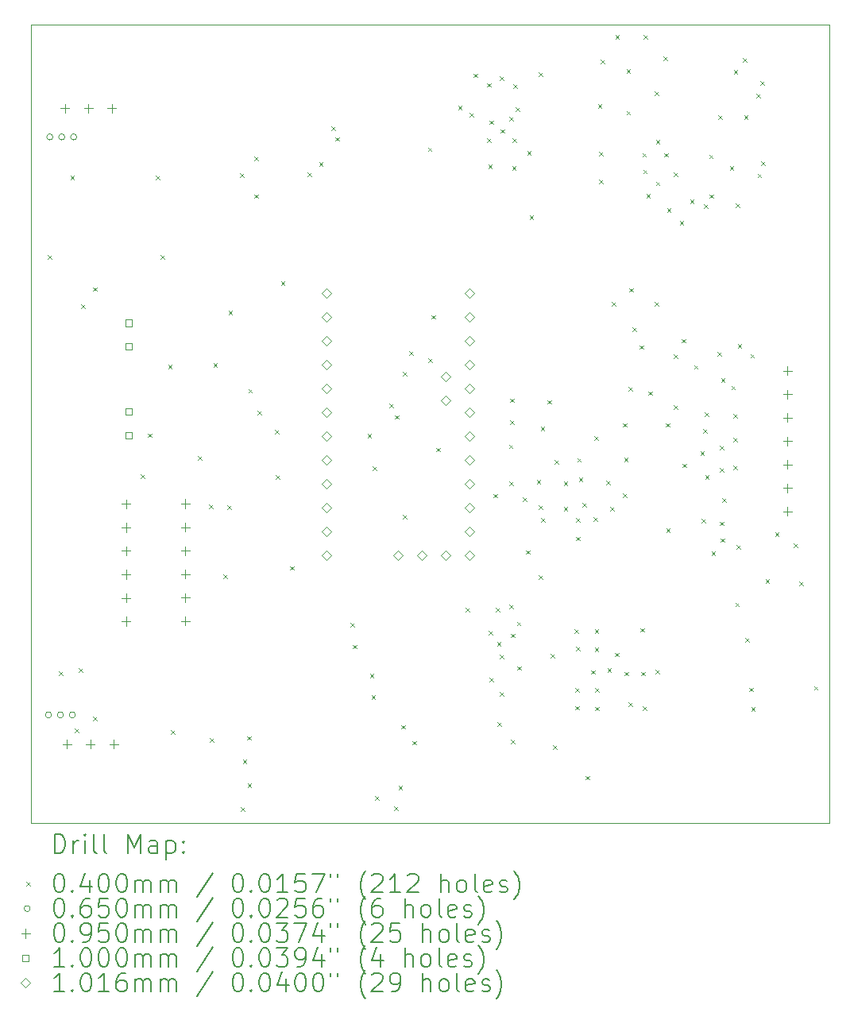
<source format=gbr>
%TF.GenerationSoftware,KiCad,Pcbnew,7.0.9*%
%TF.CreationDate,2024-02-17T17:29:32+05:30*%
%TF.ProjectId,BMS OPAMP,424d5320-4f50-4414-9d50-2e6b69636164,rev?*%
%TF.SameCoordinates,Original*%
%TF.FileFunction,Drillmap*%
%TF.FilePolarity,Positive*%
%FSLAX45Y45*%
G04 Gerber Fmt 4.5, Leading zero omitted, Abs format (unit mm)*
G04 Created by KiCad (PCBNEW 7.0.9) date 2024-02-17 17:29:32*
%MOMM*%
%LPD*%
G01*
G04 APERTURE LIST*
%ADD10C,0.100000*%
%ADD11C,0.200000*%
%ADD12C,0.101600*%
G04 APERTURE END LIST*
D10*
X2247900Y-1574800D02*
X10756900Y-1574800D01*
X10756900Y-10083800D01*
X2247900Y-10083800D01*
X2247900Y-1574800D01*
D11*
D10*
X2431100Y-4030000D02*
X2471100Y-4070000D01*
X2471100Y-4030000D02*
X2431100Y-4070000D01*
X2545400Y-8463600D02*
X2585400Y-8503600D01*
X2585400Y-8463600D02*
X2545400Y-8503600D01*
X2670800Y-3180000D02*
X2710800Y-3220000D01*
X2710800Y-3180000D02*
X2670800Y-3220000D01*
X2718120Y-9073200D02*
X2758120Y-9113200D01*
X2758120Y-9073200D02*
X2718120Y-9113200D01*
X2758760Y-8428040D02*
X2798760Y-8468040D01*
X2798760Y-8428040D02*
X2758760Y-8468040D01*
X2785000Y-4555000D02*
X2825000Y-4595000D01*
X2825000Y-4555000D02*
X2785000Y-4595000D01*
X2913950Y-4371660D02*
X2953950Y-4411660D01*
X2953950Y-4371660D02*
X2913950Y-4411660D01*
X2913950Y-8948740D02*
X2953950Y-8988740D01*
X2953950Y-8948740D02*
X2913950Y-8988740D01*
X3421700Y-6365560D02*
X3461700Y-6405560D01*
X3461700Y-6365560D02*
X3421700Y-6405560D01*
X3495360Y-5928680D02*
X3535360Y-5968680D01*
X3535360Y-5928680D02*
X3495360Y-5968680D01*
X3580000Y-3180000D02*
X3620000Y-3220000D01*
X3620000Y-3180000D02*
X3580000Y-3220000D01*
X3630000Y-4030000D02*
X3670000Y-4070000D01*
X3670000Y-4030000D02*
X3630000Y-4070000D01*
X3711260Y-5194620D02*
X3751260Y-5234620D01*
X3751260Y-5194620D02*
X3711260Y-5234620D01*
X3739200Y-9093520D02*
X3779200Y-9133520D01*
X3779200Y-9093520D02*
X3739200Y-9133520D01*
X4028760Y-6167440D02*
X4068760Y-6207440D01*
X4068760Y-6167440D02*
X4028760Y-6207440D01*
X4150680Y-6685600D02*
X4190680Y-6725600D01*
X4190680Y-6685600D02*
X4150680Y-6725600D01*
X4158300Y-9177340D02*
X4198300Y-9217340D01*
X4198300Y-9177340D02*
X4158300Y-9217340D01*
X4194100Y-5176840D02*
X4234100Y-5216840D01*
X4234100Y-5176840D02*
X4194100Y-5216840D01*
X4300540Y-7429820D02*
X4340540Y-7469820D01*
X4340540Y-7429820D02*
X4300540Y-7469820D01*
X4341180Y-6693220D02*
X4381180Y-6733220D01*
X4381180Y-6693220D02*
X4341180Y-6733220D01*
X4356420Y-4620190D02*
X4396420Y-4660190D01*
X4396420Y-4620190D02*
X4356420Y-4660190D01*
X4480000Y-3155000D02*
X4520000Y-3195000D01*
X4520000Y-3155000D02*
X4480000Y-3195000D01*
X4488500Y-9913940D02*
X4528500Y-9953940D01*
X4528500Y-9913940D02*
X4488500Y-9953940D01*
X4508820Y-9405940D02*
X4548820Y-9445940D01*
X4548820Y-9405940D02*
X4508820Y-9445940D01*
X4557200Y-9154480D02*
X4597200Y-9194480D01*
X4597200Y-9154480D02*
X4557200Y-9194480D01*
X4559740Y-9659940D02*
X4599740Y-9699940D01*
X4599740Y-9659940D02*
X4559740Y-9699940D01*
X4567240Y-5453700D02*
X4607240Y-5493700D01*
X4607240Y-5453700D02*
X4567240Y-5493700D01*
X4630000Y-2980000D02*
X4670000Y-3020000D01*
X4670000Y-2980000D02*
X4630000Y-3020000D01*
X4630000Y-3380000D02*
X4670000Y-3420000D01*
X4670000Y-3380000D02*
X4630000Y-3420000D01*
X4666300Y-5689920D02*
X4706300Y-5729920D01*
X4706300Y-5689920D02*
X4666300Y-5729920D01*
X4852660Y-5893120D02*
X4892660Y-5933120D01*
X4892660Y-5893120D02*
X4852660Y-5933120D01*
X4860280Y-6375720D02*
X4900280Y-6415720D01*
X4900280Y-6375720D02*
X4860280Y-6415720D01*
X4915000Y-4307000D02*
X4955000Y-4347000D01*
X4955000Y-4307000D02*
X4915000Y-4347000D01*
X5014280Y-7343460D02*
X5054280Y-7383460D01*
X5054280Y-7343460D02*
X5014280Y-7383460D01*
X5200000Y-3145000D02*
X5240000Y-3185000D01*
X5240000Y-3145000D02*
X5200000Y-3185000D01*
X5320000Y-3035000D02*
X5360000Y-3075000D01*
X5360000Y-3035000D02*
X5320000Y-3075000D01*
X5452759Y-2658925D02*
X5492759Y-2698925D01*
X5492759Y-2658925D02*
X5452759Y-2698925D01*
X5494280Y-2771460D02*
X5534280Y-2811460D01*
X5534280Y-2771460D02*
X5494280Y-2811460D01*
X5656900Y-7950520D02*
X5696900Y-7990520D01*
X5696900Y-7950520D02*
X5656900Y-7990520D01*
X5679760Y-8181660D02*
X5719760Y-8221660D01*
X5719760Y-8181660D02*
X5679760Y-8221660D01*
X5837240Y-5931220D02*
X5877240Y-5971220D01*
X5877240Y-5931220D02*
X5837240Y-5971220D01*
X5862640Y-8491540D02*
X5902640Y-8531540D01*
X5902640Y-8491540D02*
X5862640Y-8531540D01*
X5880420Y-8720140D02*
X5920420Y-8760140D01*
X5920420Y-8720140D02*
X5880420Y-8760140D01*
X5893190Y-6280000D02*
X5933190Y-6320000D01*
X5933190Y-6280000D02*
X5893190Y-6320000D01*
X5915980Y-9792020D02*
X5955980Y-9832020D01*
X5955980Y-9792020D02*
X5915980Y-9832020D01*
X6068380Y-5611180D02*
X6108380Y-5651180D01*
X6108380Y-5611180D02*
X6068380Y-5651180D01*
X6119180Y-9903780D02*
X6159180Y-9943780D01*
X6159180Y-9903780D02*
X6119180Y-9943780D01*
X6129380Y-5733100D02*
X6169380Y-5773100D01*
X6169380Y-5733100D02*
X6129380Y-5773100D01*
X6167520Y-9682200D02*
X6207520Y-9722200D01*
X6207520Y-9682200D02*
X6167520Y-9722200D01*
X6200000Y-9035000D02*
X6240000Y-9075000D01*
X6240000Y-9035000D02*
X6200000Y-9075000D01*
X6211830Y-6797360D02*
X6251830Y-6837360D01*
X6251830Y-6797360D02*
X6211830Y-6837360D01*
X6211880Y-5275000D02*
X6251880Y-5315000D01*
X6251880Y-5275000D02*
X6211880Y-5315000D01*
X6280000Y-5055000D02*
X6320000Y-5095000D01*
X6320000Y-5055000D02*
X6280000Y-5095000D01*
X6317300Y-9205280D02*
X6357300Y-9245280D01*
X6357300Y-9205280D02*
X6317300Y-9245280D01*
X6480000Y-2880000D02*
X6520000Y-2920000D01*
X6520000Y-2880000D02*
X6480000Y-2920000D01*
X6482400Y-5128580D02*
X6522400Y-5168580D01*
X6522400Y-5128580D02*
X6482400Y-5168580D01*
X6520500Y-4666300D02*
X6560500Y-4706300D01*
X6560500Y-4666300D02*
X6520500Y-4706300D01*
X6568760Y-6081080D02*
X6608760Y-6121080D01*
X6608760Y-6081080D02*
X6568760Y-6121080D01*
X6802380Y-2437390D02*
X6842380Y-2477390D01*
X6842380Y-2437390D02*
X6802380Y-2477390D01*
X6884380Y-7785420D02*
X6924380Y-7825420D01*
X6924380Y-7785420D02*
X6884380Y-7825420D01*
X6928050Y-2509840D02*
X6968050Y-2549840D01*
X6968050Y-2509840D02*
X6928050Y-2549840D01*
X6970240Y-2093500D02*
X7010240Y-2133500D01*
X7010240Y-2093500D02*
X6970240Y-2133500D01*
X7114800Y-2194880D02*
X7154800Y-2234880D01*
X7154800Y-2194880D02*
X7114800Y-2234880D01*
X7114800Y-2785100D02*
X7154800Y-2825100D01*
X7154800Y-2785100D02*
X7114800Y-2825100D01*
X7125000Y-3060000D02*
X7165000Y-3100000D01*
X7165000Y-3060000D02*
X7125000Y-3100000D01*
X7131310Y-8034340D02*
X7171310Y-8074340D01*
X7171310Y-8034340D02*
X7131310Y-8074340D01*
X7135120Y-2593660D02*
X7175120Y-2633660D01*
X7175120Y-2593660D02*
X7135120Y-2633660D01*
X7137720Y-8534720D02*
X7177720Y-8574720D01*
X7177720Y-8534720D02*
X7137720Y-8574720D01*
X7180720Y-6571190D02*
X7220720Y-6611190D01*
X7220720Y-6571190D02*
X7180720Y-6611190D01*
X7203760Y-7787960D02*
X7243760Y-7827960D01*
X7243760Y-7787960D02*
X7203760Y-7827960D01*
X7216460Y-8153720D02*
X7256460Y-8193720D01*
X7256460Y-8153720D02*
X7216460Y-8193720D01*
X7224080Y-9007160D02*
X7264080Y-9047160D01*
X7264080Y-9007160D02*
X7224080Y-9047160D01*
X7244400Y-8682040D02*
X7284400Y-8722040D01*
X7284400Y-8682040D02*
X7244400Y-8722040D01*
X7245000Y-8285000D02*
X7285000Y-8325000D01*
X7285000Y-8285000D02*
X7245000Y-8325000D01*
X7250000Y-2120000D02*
X7290000Y-2160000D01*
X7290000Y-2120000D02*
X7250000Y-2160000D01*
X7254500Y-2685000D02*
X7294500Y-2725000D01*
X7294500Y-2685000D02*
X7254500Y-2725000D01*
X7343460Y-6046180D02*
X7383460Y-6086180D01*
X7383460Y-6046180D02*
X7343460Y-6086180D01*
X7349875Y-6439765D02*
X7389875Y-6479765D01*
X7389875Y-6439765D02*
X7349875Y-6479765D01*
X7351020Y-2555560D02*
X7391020Y-2595560D01*
X7391020Y-2555560D02*
X7351020Y-2595560D01*
X7351080Y-7755370D02*
X7391080Y-7795370D01*
X7391080Y-7755370D02*
X7351080Y-7795370D01*
X7357760Y-5555300D02*
X7397760Y-5595300D01*
X7397760Y-5555300D02*
X7357760Y-5595300D01*
X7360300Y-5788980D02*
X7400300Y-5828980D01*
X7400300Y-5788980D02*
X7360300Y-5828980D01*
X7366320Y-9195120D02*
X7406320Y-9235120D01*
X7406320Y-9195120D02*
X7366320Y-9235120D01*
X7367650Y-8062280D02*
X7407650Y-8102280D01*
X7407650Y-8062280D02*
X7367650Y-8102280D01*
X7377297Y-3076869D02*
X7417297Y-3116869D01*
X7417297Y-3076869D02*
X7377297Y-3116869D01*
X7381500Y-2782740D02*
X7421500Y-2822740D01*
X7421500Y-2782740D02*
X7381500Y-2822740D01*
X7394200Y-2205040D02*
X7434200Y-2245040D01*
X7434200Y-2205040D02*
X7394200Y-2245040D01*
X7415523Y-2453070D02*
X7455523Y-2493070D01*
X7455523Y-2453070D02*
X7415523Y-2493070D01*
X7430000Y-7935000D02*
X7470000Y-7975000D01*
X7470000Y-7935000D02*
X7430000Y-7975000D01*
X7434900Y-8410260D02*
X7474900Y-8450260D01*
X7474900Y-8410260D02*
X7434900Y-8450260D01*
X7493320Y-6611940D02*
X7533320Y-6651940D01*
X7533320Y-6611940D02*
X7493320Y-6651940D01*
X7527720Y-7173280D02*
X7567720Y-7213280D01*
X7567720Y-7173280D02*
X7527720Y-7213280D01*
X7538980Y-2916240D02*
X7578980Y-2956240D01*
X7578980Y-2916240D02*
X7538980Y-2956240D01*
X7564380Y-3602040D02*
X7604380Y-3642040D01*
X7604380Y-3602040D02*
X7564380Y-3642040D01*
X7640640Y-6426520D02*
X7680640Y-6466520D01*
X7680640Y-6426520D02*
X7640640Y-6466520D01*
X7660960Y-6695760D02*
X7700960Y-6735760D01*
X7700960Y-6695760D02*
X7660960Y-6735760D01*
X7660960Y-7439980D02*
X7700960Y-7479980D01*
X7700960Y-7439980D02*
X7660960Y-7479980D01*
X7663440Y-2083120D02*
X7703440Y-2123120D01*
X7703440Y-2083120D02*
X7663440Y-2123120D01*
X7682490Y-5857560D02*
X7722490Y-5897560D01*
X7722490Y-5857560D02*
X7682490Y-5897560D01*
X7686360Y-6830380D02*
X7726360Y-6870380D01*
X7726360Y-6830380D02*
X7686360Y-6870380D01*
X7754940Y-5573080D02*
X7794940Y-5613080D01*
X7794940Y-5573080D02*
X7754940Y-5613080D01*
X7790500Y-8280720D02*
X7830500Y-8320720D01*
X7830500Y-8280720D02*
X7790500Y-8320720D01*
X7815900Y-9254480D02*
X7855900Y-9294480D01*
X7855900Y-9254480D02*
X7815900Y-9294480D01*
X7832310Y-6215000D02*
X7872310Y-6255000D01*
X7872310Y-6215000D02*
X7832310Y-6255000D01*
X7927660Y-6441590D02*
X7967660Y-6481590D01*
X7967660Y-6441590D02*
X7927660Y-6481590D01*
X7927660Y-6713540D02*
X7967660Y-6753540D01*
X7967660Y-6713540D02*
X7927660Y-6753540D01*
X8041960Y-8015620D02*
X8081960Y-8055620D01*
X8081960Y-8015620D02*
X8041960Y-8055620D01*
X8052120Y-8643000D02*
X8092120Y-8683000D01*
X8092120Y-8643000D02*
X8052120Y-8683000D01*
X8052120Y-8833050D02*
X8092120Y-8873050D01*
X8092120Y-8833050D02*
X8052120Y-8873050D01*
X8057985Y-8199898D02*
X8097985Y-8239898D01*
X8097985Y-8199898D02*
X8057985Y-8239898D01*
X8062280Y-6829440D02*
X8102280Y-6869440D01*
X8102280Y-6829440D02*
X8062280Y-6869440D01*
X8062280Y-7029440D02*
X8102280Y-7069440D01*
X8102280Y-7029440D02*
X8062280Y-7069440D01*
X8072440Y-6191900D02*
X8112440Y-6231900D01*
X8112440Y-6191900D02*
X8072440Y-6231900D01*
X8090220Y-6396980D02*
X8130220Y-6436980D01*
X8130220Y-6396980D02*
X8090220Y-6436980D01*
X8127078Y-6672230D02*
X8167078Y-6712230D01*
X8167078Y-6672230D02*
X8127078Y-6712230D01*
X8161340Y-9578660D02*
X8201340Y-9618660D01*
X8201340Y-9578660D02*
X8161340Y-9618660D01*
X8219100Y-8450900D02*
X8259100Y-8490900D01*
X8259100Y-8450900D02*
X8219100Y-8490900D01*
X8247230Y-6821884D02*
X8287230Y-6861884D01*
X8287230Y-6821884D02*
X8247230Y-6861884D01*
X8252780Y-5955850D02*
X8292780Y-5995850D01*
X8292780Y-5955850D02*
X8252780Y-5995850D01*
X8257860Y-8013080D02*
X8297860Y-8053080D01*
X8297860Y-8013080D02*
X8257860Y-8053080D01*
X8257860Y-8213080D02*
X8297860Y-8253080D01*
X8297860Y-8213080D02*
X8257860Y-8253080D01*
X8265480Y-8640460D02*
X8305480Y-8680460D01*
X8305480Y-8640460D02*
X8265480Y-8680460D01*
X8265480Y-8840460D02*
X8305480Y-8880460D01*
X8305480Y-8840460D02*
X8265480Y-8880460D01*
X8293121Y-2419587D02*
X8333121Y-2459587D01*
X8333121Y-2419587D02*
X8293121Y-2459587D01*
X8302580Y-2926400D02*
X8342580Y-2966400D01*
X8342580Y-2926400D02*
X8302580Y-2966400D01*
X8302580Y-3221400D02*
X8342580Y-3261400D01*
X8342580Y-3221400D02*
X8302580Y-3261400D01*
X8320867Y-1946748D02*
X8360867Y-1986748D01*
X8360867Y-1946748D02*
X8320867Y-1986748D01*
X8378840Y-6432490D02*
X8418840Y-6472490D01*
X8418840Y-6432490D02*
X8378840Y-6472490D01*
X8394770Y-8430580D02*
X8434770Y-8470580D01*
X8434770Y-8430580D02*
X8394770Y-8470580D01*
X8422660Y-6713540D02*
X8462660Y-6753540D01*
X8462660Y-6713540D02*
X8422660Y-6753540D01*
X8440740Y-4527260D02*
X8480740Y-4567260D01*
X8480740Y-4527260D02*
X8440740Y-4567260D01*
X8475360Y-8265480D02*
X8515360Y-8305480D01*
X8515360Y-8265480D02*
X8475360Y-8305480D01*
X8480000Y-1680000D02*
X8520000Y-1720000D01*
X8520000Y-1680000D02*
X8480000Y-1720000D01*
X8560000Y-6570000D02*
X8600000Y-6610000D01*
X8600000Y-6570000D02*
X8560000Y-6610000D01*
X8562320Y-5819460D02*
X8602320Y-5859460D01*
X8602320Y-5819460D02*
X8562320Y-5859460D01*
X8572820Y-6185220D02*
X8612820Y-6225220D01*
X8612820Y-6185220D02*
X8572820Y-6225220D01*
X8575000Y-8468680D02*
X8615000Y-8508680D01*
X8615000Y-8468680D02*
X8575000Y-8508680D01*
X8598390Y-2046040D02*
X8638390Y-2086040D01*
X8638390Y-2046040D02*
X8598390Y-2086040D01*
X8598390Y-2491040D02*
X8638390Y-2531040D01*
X8638390Y-2491040D02*
X8598390Y-2531040D01*
X8616000Y-8796340D02*
X8656000Y-8836340D01*
X8656000Y-8796340D02*
X8616000Y-8836340D01*
X8618180Y-5431780D02*
X8658180Y-5471780D01*
X8658180Y-5431780D02*
X8618180Y-5471780D01*
X8630000Y-4380000D02*
X8670000Y-4420000D01*
X8670000Y-4380000D02*
X8630000Y-4420000D01*
X8658680Y-4801150D02*
X8698680Y-4841150D01*
X8698680Y-4801150D02*
X8658680Y-4841150D01*
X8735790Y-4988650D02*
X8775790Y-5028650D01*
X8775790Y-4988650D02*
X8735790Y-5028650D01*
X8742868Y-8001874D02*
X8782868Y-8041874D01*
X8782868Y-8001874D02*
X8742868Y-8041874D01*
X8753160Y-8468680D02*
X8793160Y-8508680D01*
X8793160Y-8468680D02*
X8753160Y-8508680D01*
X8768130Y-2939680D02*
X8808130Y-2979680D01*
X8808130Y-2939680D02*
X8768130Y-2979680D01*
X8770940Y-8839520D02*
X8810940Y-8879520D01*
X8810940Y-8839520D02*
X8770940Y-8879520D01*
X8775960Y-3116900D02*
X8815960Y-3156900D01*
X8815960Y-3116900D02*
X8775960Y-3156900D01*
X8782500Y-1680000D02*
X8822500Y-1720000D01*
X8822500Y-1680000D02*
X8782500Y-1720000D01*
X8808194Y-3378194D02*
X8848194Y-3418194D01*
X8848194Y-3378194D02*
X8808194Y-3418194D01*
X8830000Y-5480000D02*
X8870000Y-5520000D01*
X8870000Y-5480000D02*
X8830000Y-5520000D01*
X8895740Y-4527260D02*
X8935740Y-4567260D01*
X8935740Y-4527260D02*
X8895740Y-4567260D01*
X8900965Y-2280965D02*
X8940965Y-2320965D01*
X8940965Y-2280965D02*
X8900965Y-2320965D01*
X8905560Y-8445820D02*
X8945560Y-8485820D01*
X8945560Y-8445820D02*
X8905560Y-8485820D01*
X8910350Y-2799400D02*
X8950350Y-2839400D01*
X8950350Y-2799400D02*
X8910350Y-2839400D01*
X8910350Y-3244400D02*
X8950350Y-3284400D01*
X8950350Y-3244400D02*
X8910350Y-3284400D01*
X8991800Y-1912940D02*
X9031800Y-1952940D01*
X9031800Y-1912940D02*
X8991800Y-1952940D01*
X9002020Y-2939680D02*
X9042020Y-2979680D01*
X9042020Y-2939680D02*
X9002020Y-2979680D01*
X9017320Y-5819460D02*
X9057320Y-5859460D01*
X9057320Y-5819460D02*
X9017320Y-5859460D01*
X9019860Y-6942140D02*
X9059860Y-6982140D01*
X9059860Y-6942140D02*
X9019860Y-6982140D01*
X9030000Y-3530000D02*
X9070000Y-3570000D01*
X9070000Y-3530000D02*
X9030000Y-3570000D01*
X9098540Y-3149600D02*
X9138540Y-3189600D01*
X9138540Y-3149600D02*
X9098540Y-3189600D01*
X9100050Y-5625000D02*
X9140050Y-5665000D01*
X9140050Y-5625000D02*
X9100050Y-5665000D01*
X9103680Y-5085400D02*
X9143680Y-5125400D01*
X9143680Y-5085400D02*
X9103680Y-5125400D01*
X9165000Y-3665000D02*
X9205000Y-3705000D01*
X9205000Y-3665000D02*
X9165000Y-3705000D01*
X9186130Y-4920000D02*
X9226130Y-4960000D01*
X9226130Y-4920000D02*
X9186130Y-4960000D01*
X9195000Y-6250090D02*
X9235000Y-6290090D01*
X9235000Y-6250090D02*
X9195000Y-6290090D01*
X9275000Y-3435000D02*
X9315000Y-3475000D01*
X9315000Y-3435000D02*
X9275000Y-3475000D01*
X9317040Y-5199700D02*
X9357040Y-5239700D01*
X9357040Y-5199700D02*
X9317040Y-5239700D01*
X9385000Y-6120000D02*
X9425000Y-6160000D01*
X9425000Y-6120000D02*
X9385000Y-6160000D01*
X9400000Y-6840540D02*
X9440000Y-6880540D01*
X9440000Y-6840540D02*
X9400000Y-6880540D01*
X9415000Y-5880000D02*
X9455000Y-5920000D01*
X9455000Y-5880000D02*
X9415000Y-5920000D01*
X9423720Y-3485724D02*
X9463720Y-3525724D01*
X9463720Y-3485724D02*
X9423720Y-3525724D01*
X9434490Y-5702620D02*
X9474490Y-5742620D01*
X9474490Y-5702620D02*
X9434490Y-5742620D01*
X9435000Y-6370000D02*
X9475000Y-6410000D01*
X9475000Y-6370000D02*
X9435000Y-6410000D01*
X9478647Y-2956190D02*
X9518647Y-2996190D01*
X9518647Y-2956190D02*
X9478647Y-2996190D01*
X9480085Y-3379841D02*
X9520085Y-3419841D01*
X9520085Y-3379841D02*
X9480085Y-3419841D01*
X9502460Y-7185980D02*
X9542460Y-7225980D01*
X9542460Y-7185980D02*
X9502460Y-7225980D01*
X9569739Y-5059020D02*
X9609739Y-5099020D01*
X9609739Y-5059020D02*
X9569739Y-5099020D01*
X9578600Y-2539160D02*
X9618600Y-2579160D01*
X9618600Y-2539160D02*
X9578600Y-2579160D01*
X9595230Y-6060760D02*
X9635230Y-6100760D01*
X9635230Y-6060760D02*
X9595230Y-6100760D01*
X9595230Y-6294440D02*
X9635230Y-6334440D01*
X9635230Y-6294440D02*
X9595230Y-6334440D01*
X9595230Y-6868480D02*
X9635230Y-6908480D01*
X9635230Y-6868480D02*
X9595230Y-6908480D01*
X9601520Y-7046280D02*
X9641520Y-7086280D01*
X9641520Y-7046280D02*
X9601520Y-7086280D01*
X9605230Y-5340000D02*
X9645230Y-5380000D01*
X9645230Y-5340000D02*
X9605230Y-5380000D01*
X9616584Y-6616865D02*
X9656584Y-6656865D01*
X9656584Y-6616865D02*
X9616584Y-6656865D01*
X9699475Y-3080000D02*
X9739475Y-3120000D01*
X9739475Y-3080000D02*
X9699475Y-3120000D01*
X9714675Y-5419675D02*
X9754675Y-5459675D01*
X9754675Y-5419675D02*
X9714675Y-5459675D01*
X9733480Y-5722940D02*
X9773480Y-5762940D01*
X9773480Y-5722940D02*
X9733480Y-5762940D01*
X9733480Y-5976940D02*
X9773480Y-6016940D01*
X9773480Y-5976940D02*
X9733480Y-6016940D01*
X9739399Y-6268590D02*
X9779399Y-6308590D01*
X9779399Y-6268590D02*
X9739399Y-6308590D01*
X9741160Y-2052640D02*
X9781160Y-2092640D01*
X9781160Y-2052640D02*
X9741160Y-2092640D01*
X9756460Y-7732080D02*
X9796460Y-7772080D01*
X9796460Y-7732080D02*
X9756460Y-7772080D01*
X9764020Y-3477580D02*
X9804020Y-3517580D01*
X9804020Y-3477580D02*
X9764020Y-3517580D01*
X9769160Y-7119550D02*
X9809160Y-7159550D01*
X9809160Y-7119550D02*
X9769160Y-7159550D01*
X9781860Y-4976570D02*
X9821860Y-5016570D01*
X9821860Y-4976570D02*
X9781860Y-5016570D01*
X9837680Y-1930720D02*
X9877680Y-1970720D01*
X9877680Y-1930720D02*
X9837680Y-1970720D01*
X9851070Y-2539160D02*
X9891070Y-2579160D01*
X9891070Y-2539160D02*
X9851070Y-2579160D01*
X9865000Y-8110000D02*
X9905000Y-8150000D01*
X9905000Y-8110000D02*
X9865000Y-8150000D01*
X9903780Y-8638860D02*
X9943780Y-8678860D01*
X9943780Y-8638860D02*
X9903780Y-8678860D01*
X9919020Y-5082860D02*
X9959020Y-5122860D01*
X9959020Y-5082860D02*
X9919020Y-5122860D01*
X9926640Y-8844600D02*
X9966640Y-8884600D01*
X9966640Y-8844600D02*
X9926640Y-8884600D01*
X9980000Y-2310000D02*
X10020000Y-2350000D01*
X10020000Y-2310000D02*
X9980000Y-2350000D01*
X9995000Y-3160000D02*
X10035000Y-3200000D01*
X10035000Y-3160000D02*
X9995000Y-3200000D01*
X10025000Y-2175000D02*
X10065000Y-2215000D01*
X10065000Y-2175000D02*
X10025000Y-2215000D01*
X10030000Y-3030000D02*
X10070000Y-3070000D01*
X10070000Y-3030000D02*
X10030000Y-3070000D01*
X10080000Y-7480000D02*
X10120000Y-7520000D01*
X10120000Y-7480000D02*
X10080000Y-7520000D01*
X10180000Y-6980000D02*
X10220000Y-7020000D01*
X10220000Y-6980000D02*
X10180000Y-7020000D01*
X10381300Y-7099620D02*
X10421300Y-7139620D01*
X10421300Y-7099620D02*
X10381300Y-7139620D01*
X10440660Y-7506020D02*
X10480660Y-7546020D01*
X10480660Y-7506020D02*
X10440660Y-7546020D01*
X10594660Y-8621080D02*
X10634660Y-8661080D01*
X10634660Y-8621080D02*
X10594660Y-8661080D01*
X2469300Y-8928100D02*
G75*
G03*
X2469300Y-8928100I-32500J0D01*
G01*
X2483600Y-2768600D02*
G75*
G03*
X2483600Y-2768600I-32500J0D01*
G01*
X2596300Y-8928100D02*
G75*
G03*
X2596300Y-8928100I-32500J0D01*
G01*
X2610600Y-2768600D02*
G75*
G03*
X2610600Y-2768600I-32500J0D01*
G01*
X2723300Y-8928100D02*
G75*
G03*
X2723300Y-8928100I-32500J0D01*
G01*
X2737600Y-2768600D02*
G75*
G03*
X2737600Y-2768600I-32500J0D01*
G01*
X2611500Y-2416300D02*
X2611500Y-2511300D01*
X2564000Y-2463800D02*
X2659000Y-2463800D01*
X2632900Y-9190900D02*
X2632900Y-9285900D01*
X2585400Y-9238400D02*
X2680400Y-9238400D01*
X2861500Y-2416300D02*
X2861500Y-2511300D01*
X2814000Y-2463800D02*
X2909000Y-2463800D01*
X2882900Y-9190900D02*
X2882900Y-9285900D01*
X2835400Y-9238400D02*
X2930400Y-9238400D01*
X3111500Y-2416300D02*
X3111500Y-2511300D01*
X3064000Y-2463800D02*
X3159000Y-2463800D01*
X3132900Y-9190900D02*
X3132900Y-9285900D01*
X3085400Y-9238400D02*
X3180400Y-9238400D01*
X3263900Y-6632700D02*
X3263900Y-6727700D01*
X3216400Y-6680200D02*
X3311400Y-6680200D01*
X3263900Y-6882700D02*
X3263900Y-6977700D01*
X3216400Y-6930200D02*
X3311400Y-6930200D01*
X3263900Y-7132700D02*
X3263900Y-7227700D01*
X3216400Y-7180200D02*
X3311400Y-7180200D01*
X3263900Y-7382700D02*
X3263900Y-7477700D01*
X3216400Y-7430200D02*
X3311400Y-7430200D01*
X3263900Y-7632700D02*
X3263900Y-7727700D01*
X3216400Y-7680200D02*
X3311400Y-7680200D01*
X3263900Y-7882700D02*
X3263900Y-7977700D01*
X3216400Y-7930200D02*
X3311400Y-7930200D01*
X3897200Y-6630000D02*
X3897200Y-6725000D01*
X3849700Y-6677500D02*
X3944700Y-6677500D01*
X3897200Y-6880000D02*
X3897200Y-6975000D01*
X3849700Y-6927500D02*
X3944700Y-6927500D01*
X3897200Y-7130000D02*
X3897200Y-7225000D01*
X3849700Y-7177500D02*
X3944700Y-7177500D01*
X3897200Y-7380000D02*
X3897200Y-7475000D01*
X3849700Y-7427500D02*
X3944700Y-7427500D01*
X3897200Y-7630000D02*
X3897200Y-7725000D01*
X3849700Y-7677500D02*
X3944700Y-7677500D01*
X3897200Y-7880000D02*
X3897200Y-7975000D01*
X3849700Y-7927500D02*
X3944700Y-7927500D01*
X10314880Y-5212840D02*
X10314880Y-5307840D01*
X10267380Y-5260340D02*
X10362380Y-5260340D01*
X10314880Y-5462840D02*
X10314880Y-5557840D01*
X10267380Y-5510340D02*
X10362380Y-5510340D01*
X10314880Y-5712840D02*
X10314880Y-5807840D01*
X10267380Y-5760340D02*
X10362380Y-5760340D01*
X10314880Y-5962840D02*
X10314880Y-6057840D01*
X10267380Y-6010340D02*
X10362380Y-6010340D01*
X10314880Y-6212840D02*
X10314880Y-6307840D01*
X10267380Y-6260340D02*
X10362380Y-6260340D01*
X10314880Y-6462840D02*
X10314880Y-6557840D01*
X10267380Y-6510340D02*
X10362380Y-6510340D01*
X10314880Y-6712840D02*
X10314880Y-6807840D01*
X10267380Y-6760340D02*
X10362380Y-6760340D01*
X3326756Y-4787156D02*
X3326756Y-4716444D01*
X3256044Y-4716444D01*
X3256044Y-4787156D01*
X3326756Y-4787156D01*
X3326756Y-5037156D02*
X3326756Y-4966444D01*
X3256044Y-4966444D01*
X3256044Y-5037156D01*
X3326756Y-5037156D01*
X3326756Y-5732156D02*
X3326756Y-5661444D01*
X3256044Y-5661444D01*
X3256044Y-5732156D01*
X3326756Y-5732156D01*
X3326756Y-5982156D02*
X3326756Y-5911444D01*
X3256044Y-5911444D01*
X3256044Y-5982156D01*
X3326756Y-5982156D01*
D12*
X5397500Y-4483100D02*
X5448300Y-4432300D01*
X5397500Y-4381500D01*
X5346700Y-4432300D01*
X5397500Y-4483100D01*
X5397500Y-4737100D02*
X5448300Y-4686300D01*
X5397500Y-4635500D01*
X5346700Y-4686300D01*
X5397500Y-4737100D01*
X5397500Y-4991100D02*
X5448300Y-4940300D01*
X5397500Y-4889500D01*
X5346700Y-4940300D01*
X5397500Y-4991100D01*
X5397500Y-5245100D02*
X5448300Y-5194300D01*
X5397500Y-5143500D01*
X5346700Y-5194300D01*
X5397500Y-5245100D01*
X5397500Y-5499100D02*
X5448300Y-5448300D01*
X5397500Y-5397500D01*
X5346700Y-5448300D01*
X5397500Y-5499100D01*
X5397500Y-5753100D02*
X5448300Y-5702300D01*
X5397500Y-5651500D01*
X5346700Y-5702300D01*
X5397500Y-5753100D01*
X5397500Y-6007100D02*
X5448300Y-5956300D01*
X5397500Y-5905500D01*
X5346700Y-5956300D01*
X5397500Y-6007100D01*
X5397500Y-6261100D02*
X5448300Y-6210300D01*
X5397500Y-6159500D01*
X5346700Y-6210300D01*
X5397500Y-6261100D01*
X5397500Y-6515100D02*
X5448300Y-6464300D01*
X5397500Y-6413500D01*
X5346700Y-6464300D01*
X5397500Y-6515100D01*
X5397500Y-6769100D02*
X5448300Y-6718300D01*
X5397500Y-6667500D01*
X5346700Y-6718300D01*
X5397500Y-6769100D01*
X5397500Y-7023100D02*
X5448300Y-6972300D01*
X5397500Y-6921500D01*
X5346700Y-6972300D01*
X5397500Y-7023100D01*
X5397500Y-7277100D02*
X5448300Y-7226300D01*
X5397500Y-7175500D01*
X5346700Y-7226300D01*
X5397500Y-7277100D01*
X6159500Y-7277100D02*
X6210300Y-7226300D01*
X6159500Y-7175500D01*
X6108700Y-7226300D01*
X6159500Y-7277100D01*
X6413500Y-7277100D02*
X6464300Y-7226300D01*
X6413500Y-7175500D01*
X6362700Y-7226300D01*
X6413500Y-7277100D01*
X6667500Y-5372100D02*
X6718300Y-5321300D01*
X6667500Y-5270500D01*
X6616700Y-5321300D01*
X6667500Y-5372100D01*
X6667500Y-5626100D02*
X6718300Y-5575300D01*
X6667500Y-5524500D01*
X6616700Y-5575300D01*
X6667500Y-5626100D01*
X6667500Y-7277100D02*
X6718300Y-7226300D01*
X6667500Y-7175500D01*
X6616700Y-7226300D01*
X6667500Y-7277100D01*
X6921500Y-4483100D02*
X6972300Y-4432300D01*
X6921500Y-4381500D01*
X6870700Y-4432300D01*
X6921500Y-4483100D01*
X6921500Y-4737100D02*
X6972300Y-4686300D01*
X6921500Y-4635500D01*
X6870700Y-4686300D01*
X6921500Y-4737100D01*
X6921500Y-4991100D02*
X6972300Y-4940300D01*
X6921500Y-4889500D01*
X6870700Y-4940300D01*
X6921500Y-4991100D01*
X6921500Y-5245100D02*
X6972300Y-5194300D01*
X6921500Y-5143500D01*
X6870700Y-5194300D01*
X6921500Y-5245100D01*
X6921500Y-5499100D02*
X6972300Y-5448300D01*
X6921500Y-5397500D01*
X6870700Y-5448300D01*
X6921500Y-5499100D01*
X6921500Y-5753100D02*
X6972300Y-5702300D01*
X6921500Y-5651500D01*
X6870700Y-5702300D01*
X6921500Y-5753100D01*
X6921500Y-6007100D02*
X6972300Y-5956300D01*
X6921500Y-5905500D01*
X6870700Y-5956300D01*
X6921500Y-6007100D01*
X6921500Y-6261100D02*
X6972300Y-6210300D01*
X6921500Y-6159500D01*
X6870700Y-6210300D01*
X6921500Y-6261100D01*
X6921500Y-6515100D02*
X6972300Y-6464300D01*
X6921500Y-6413500D01*
X6870700Y-6464300D01*
X6921500Y-6515100D01*
X6921500Y-6769100D02*
X6972300Y-6718300D01*
X6921500Y-6667500D01*
X6870700Y-6718300D01*
X6921500Y-6769100D01*
X6921500Y-7023100D02*
X6972300Y-6972300D01*
X6921500Y-6921500D01*
X6870700Y-6972300D01*
X6921500Y-7023100D01*
X6921500Y-7277100D02*
X6972300Y-7226300D01*
X6921500Y-7175500D01*
X6870700Y-7226300D01*
X6921500Y-7277100D01*
D11*
X2503677Y-10400284D02*
X2503677Y-10200284D01*
X2503677Y-10200284D02*
X2551296Y-10200284D01*
X2551296Y-10200284D02*
X2579867Y-10209808D01*
X2579867Y-10209808D02*
X2598915Y-10228855D01*
X2598915Y-10228855D02*
X2608439Y-10247903D01*
X2608439Y-10247903D02*
X2617963Y-10285998D01*
X2617963Y-10285998D02*
X2617963Y-10314570D01*
X2617963Y-10314570D02*
X2608439Y-10352665D01*
X2608439Y-10352665D02*
X2598915Y-10371712D01*
X2598915Y-10371712D02*
X2579867Y-10390760D01*
X2579867Y-10390760D02*
X2551296Y-10400284D01*
X2551296Y-10400284D02*
X2503677Y-10400284D01*
X2703677Y-10400284D02*
X2703677Y-10266950D01*
X2703677Y-10305046D02*
X2713201Y-10285998D01*
X2713201Y-10285998D02*
X2722724Y-10276474D01*
X2722724Y-10276474D02*
X2741772Y-10266950D01*
X2741772Y-10266950D02*
X2760820Y-10266950D01*
X2827486Y-10400284D02*
X2827486Y-10266950D01*
X2827486Y-10200284D02*
X2817962Y-10209808D01*
X2817962Y-10209808D02*
X2827486Y-10219331D01*
X2827486Y-10219331D02*
X2837010Y-10209808D01*
X2837010Y-10209808D02*
X2827486Y-10200284D01*
X2827486Y-10200284D02*
X2827486Y-10219331D01*
X2951296Y-10400284D02*
X2932248Y-10390760D01*
X2932248Y-10390760D02*
X2922724Y-10371712D01*
X2922724Y-10371712D02*
X2922724Y-10200284D01*
X3056058Y-10400284D02*
X3037010Y-10390760D01*
X3037010Y-10390760D02*
X3027486Y-10371712D01*
X3027486Y-10371712D02*
X3027486Y-10200284D01*
X3284629Y-10400284D02*
X3284629Y-10200284D01*
X3284629Y-10200284D02*
X3351296Y-10343141D01*
X3351296Y-10343141D02*
X3417962Y-10200284D01*
X3417962Y-10200284D02*
X3417962Y-10400284D01*
X3598915Y-10400284D02*
X3598915Y-10295522D01*
X3598915Y-10295522D02*
X3589391Y-10276474D01*
X3589391Y-10276474D02*
X3570343Y-10266950D01*
X3570343Y-10266950D02*
X3532248Y-10266950D01*
X3532248Y-10266950D02*
X3513201Y-10276474D01*
X3598915Y-10390760D02*
X3579867Y-10400284D01*
X3579867Y-10400284D02*
X3532248Y-10400284D01*
X3532248Y-10400284D02*
X3513201Y-10390760D01*
X3513201Y-10390760D02*
X3503677Y-10371712D01*
X3503677Y-10371712D02*
X3503677Y-10352665D01*
X3503677Y-10352665D02*
X3513201Y-10333617D01*
X3513201Y-10333617D02*
X3532248Y-10324093D01*
X3532248Y-10324093D02*
X3579867Y-10324093D01*
X3579867Y-10324093D02*
X3598915Y-10314570D01*
X3694153Y-10266950D02*
X3694153Y-10466950D01*
X3694153Y-10276474D02*
X3713201Y-10266950D01*
X3713201Y-10266950D02*
X3751296Y-10266950D01*
X3751296Y-10266950D02*
X3770343Y-10276474D01*
X3770343Y-10276474D02*
X3779867Y-10285998D01*
X3779867Y-10285998D02*
X3789391Y-10305046D01*
X3789391Y-10305046D02*
X3789391Y-10362189D01*
X3789391Y-10362189D02*
X3779867Y-10381236D01*
X3779867Y-10381236D02*
X3770343Y-10390760D01*
X3770343Y-10390760D02*
X3751296Y-10400284D01*
X3751296Y-10400284D02*
X3713201Y-10400284D01*
X3713201Y-10400284D02*
X3694153Y-10390760D01*
X3875105Y-10381236D02*
X3884629Y-10390760D01*
X3884629Y-10390760D02*
X3875105Y-10400284D01*
X3875105Y-10400284D02*
X3865582Y-10390760D01*
X3865582Y-10390760D02*
X3875105Y-10381236D01*
X3875105Y-10381236D02*
X3875105Y-10400284D01*
X3875105Y-10276474D02*
X3884629Y-10285998D01*
X3884629Y-10285998D02*
X3875105Y-10295522D01*
X3875105Y-10295522D02*
X3865582Y-10285998D01*
X3865582Y-10285998D02*
X3875105Y-10276474D01*
X3875105Y-10276474D02*
X3875105Y-10295522D01*
D10*
X2202900Y-10708800D02*
X2242900Y-10748800D01*
X2242900Y-10708800D02*
X2202900Y-10748800D01*
D11*
X2541772Y-10620284D02*
X2560820Y-10620284D01*
X2560820Y-10620284D02*
X2579867Y-10629808D01*
X2579867Y-10629808D02*
X2589391Y-10639331D01*
X2589391Y-10639331D02*
X2598915Y-10658379D01*
X2598915Y-10658379D02*
X2608439Y-10696474D01*
X2608439Y-10696474D02*
X2608439Y-10744093D01*
X2608439Y-10744093D02*
X2598915Y-10782189D01*
X2598915Y-10782189D02*
X2589391Y-10801236D01*
X2589391Y-10801236D02*
X2579867Y-10810760D01*
X2579867Y-10810760D02*
X2560820Y-10820284D01*
X2560820Y-10820284D02*
X2541772Y-10820284D01*
X2541772Y-10820284D02*
X2522724Y-10810760D01*
X2522724Y-10810760D02*
X2513201Y-10801236D01*
X2513201Y-10801236D02*
X2503677Y-10782189D01*
X2503677Y-10782189D02*
X2494153Y-10744093D01*
X2494153Y-10744093D02*
X2494153Y-10696474D01*
X2494153Y-10696474D02*
X2503677Y-10658379D01*
X2503677Y-10658379D02*
X2513201Y-10639331D01*
X2513201Y-10639331D02*
X2522724Y-10629808D01*
X2522724Y-10629808D02*
X2541772Y-10620284D01*
X2694153Y-10801236D02*
X2703677Y-10810760D01*
X2703677Y-10810760D02*
X2694153Y-10820284D01*
X2694153Y-10820284D02*
X2684629Y-10810760D01*
X2684629Y-10810760D02*
X2694153Y-10801236D01*
X2694153Y-10801236D02*
X2694153Y-10820284D01*
X2875105Y-10686950D02*
X2875105Y-10820284D01*
X2827486Y-10610760D02*
X2779867Y-10753617D01*
X2779867Y-10753617D02*
X2903677Y-10753617D01*
X3017962Y-10620284D02*
X3037010Y-10620284D01*
X3037010Y-10620284D02*
X3056058Y-10629808D01*
X3056058Y-10629808D02*
X3065582Y-10639331D01*
X3065582Y-10639331D02*
X3075105Y-10658379D01*
X3075105Y-10658379D02*
X3084629Y-10696474D01*
X3084629Y-10696474D02*
X3084629Y-10744093D01*
X3084629Y-10744093D02*
X3075105Y-10782189D01*
X3075105Y-10782189D02*
X3065582Y-10801236D01*
X3065582Y-10801236D02*
X3056058Y-10810760D01*
X3056058Y-10810760D02*
X3037010Y-10820284D01*
X3037010Y-10820284D02*
X3017962Y-10820284D01*
X3017962Y-10820284D02*
X2998915Y-10810760D01*
X2998915Y-10810760D02*
X2989391Y-10801236D01*
X2989391Y-10801236D02*
X2979867Y-10782189D01*
X2979867Y-10782189D02*
X2970343Y-10744093D01*
X2970343Y-10744093D02*
X2970343Y-10696474D01*
X2970343Y-10696474D02*
X2979867Y-10658379D01*
X2979867Y-10658379D02*
X2989391Y-10639331D01*
X2989391Y-10639331D02*
X2998915Y-10629808D01*
X2998915Y-10629808D02*
X3017962Y-10620284D01*
X3208439Y-10620284D02*
X3227486Y-10620284D01*
X3227486Y-10620284D02*
X3246534Y-10629808D01*
X3246534Y-10629808D02*
X3256058Y-10639331D01*
X3256058Y-10639331D02*
X3265582Y-10658379D01*
X3265582Y-10658379D02*
X3275105Y-10696474D01*
X3275105Y-10696474D02*
X3275105Y-10744093D01*
X3275105Y-10744093D02*
X3265582Y-10782189D01*
X3265582Y-10782189D02*
X3256058Y-10801236D01*
X3256058Y-10801236D02*
X3246534Y-10810760D01*
X3246534Y-10810760D02*
X3227486Y-10820284D01*
X3227486Y-10820284D02*
X3208439Y-10820284D01*
X3208439Y-10820284D02*
X3189391Y-10810760D01*
X3189391Y-10810760D02*
X3179867Y-10801236D01*
X3179867Y-10801236D02*
X3170343Y-10782189D01*
X3170343Y-10782189D02*
X3160820Y-10744093D01*
X3160820Y-10744093D02*
X3160820Y-10696474D01*
X3160820Y-10696474D02*
X3170343Y-10658379D01*
X3170343Y-10658379D02*
X3179867Y-10639331D01*
X3179867Y-10639331D02*
X3189391Y-10629808D01*
X3189391Y-10629808D02*
X3208439Y-10620284D01*
X3360820Y-10820284D02*
X3360820Y-10686950D01*
X3360820Y-10705998D02*
X3370343Y-10696474D01*
X3370343Y-10696474D02*
X3389391Y-10686950D01*
X3389391Y-10686950D02*
X3417963Y-10686950D01*
X3417963Y-10686950D02*
X3437010Y-10696474D01*
X3437010Y-10696474D02*
X3446534Y-10715522D01*
X3446534Y-10715522D02*
X3446534Y-10820284D01*
X3446534Y-10715522D02*
X3456058Y-10696474D01*
X3456058Y-10696474D02*
X3475105Y-10686950D01*
X3475105Y-10686950D02*
X3503677Y-10686950D01*
X3503677Y-10686950D02*
X3522724Y-10696474D01*
X3522724Y-10696474D02*
X3532248Y-10715522D01*
X3532248Y-10715522D02*
X3532248Y-10820284D01*
X3627486Y-10820284D02*
X3627486Y-10686950D01*
X3627486Y-10705998D02*
X3637010Y-10696474D01*
X3637010Y-10696474D02*
X3656058Y-10686950D01*
X3656058Y-10686950D02*
X3684629Y-10686950D01*
X3684629Y-10686950D02*
X3703677Y-10696474D01*
X3703677Y-10696474D02*
X3713201Y-10715522D01*
X3713201Y-10715522D02*
X3713201Y-10820284D01*
X3713201Y-10715522D02*
X3722724Y-10696474D01*
X3722724Y-10696474D02*
X3741772Y-10686950D01*
X3741772Y-10686950D02*
X3770343Y-10686950D01*
X3770343Y-10686950D02*
X3789391Y-10696474D01*
X3789391Y-10696474D02*
X3798915Y-10715522D01*
X3798915Y-10715522D02*
X3798915Y-10820284D01*
X4189391Y-10610760D02*
X4017963Y-10867903D01*
X4446534Y-10620284D02*
X4465582Y-10620284D01*
X4465582Y-10620284D02*
X4484629Y-10629808D01*
X4484629Y-10629808D02*
X4494153Y-10639331D01*
X4494153Y-10639331D02*
X4503677Y-10658379D01*
X4503677Y-10658379D02*
X4513201Y-10696474D01*
X4513201Y-10696474D02*
X4513201Y-10744093D01*
X4513201Y-10744093D02*
X4503677Y-10782189D01*
X4503677Y-10782189D02*
X4494153Y-10801236D01*
X4494153Y-10801236D02*
X4484629Y-10810760D01*
X4484629Y-10810760D02*
X4465582Y-10820284D01*
X4465582Y-10820284D02*
X4446534Y-10820284D01*
X4446534Y-10820284D02*
X4427487Y-10810760D01*
X4427487Y-10810760D02*
X4417963Y-10801236D01*
X4417963Y-10801236D02*
X4408439Y-10782189D01*
X4408439Y-10782189D02*
X4398915Y-10744093D01*
X4398915Y-10744093D02*
X4398915Y-10696474D01*
X4398915Y-10696474D02*
X4408439Y-10658379D01*
X4408439Y-10658379D02*
X4417963Y-10639331D01*
X4417963Y-10639331D02*
X4427487Y-10629808D01*
X4427487Y-10629808D02*
X4446534Y-10620284D01*
X4598915Y-10801236D02*
X4608439Y-10810760D01*
X4608439Y-10810760D02*
X4598915Y-10820284D01*
X4598915Y-10820284D02*
X4589391Y-10810760D01*
X4589391Y-10810760D02*
X4598915Y-10801236D01*
X4598915Y-10801236D02*
X4598915Y-10820284D01*
X4732248Y-10620284D02*
X4751296Y-10620284D01*
X4751296Y-10620284D02*
X4770344Y-10629808D01*
X4770344Y-10629808D02*
X4779868Y-10639331D01*
X4779868Y-10639331D02*
X4789391Y-10658379D01*
X4789391Y-10658379D02*
X4798915Y-10696474D01*
X4798915Y-10696474D02*
X4798915Y-10744093D01*
X4798915Y-10744093D02*
X4789391Y-10782189D01*
X4789391Y-10782189D02*
X4779868Y-10801236D01*
X4779868Y-10801236D02*
X4770344Y-10810760D01*
X4770344Y-10810760D02*
X4751296Y-10820284D01*
X4751296Y-10820284D02*
X4732248Y-10820284D01*
X4732248Y-10820284D02*
X4713201Y-10810760D01*
X4713201Y-10810760D02*
X4703677Y-10801236D01*
X4703677Y-10801236D02*
X4694153Y-10782189D01*
X4694153Y-10782189D02*
X4684629Y-10744093D01*
X4684629Y-10744093D02*
X4684629Y-10696474D01*
X4684629Y-10696474D02*
X4694153Y-10658379D01*
X4694153Y-10658379D02*
X4703677Y-10639331D01*
X4703677Y-10639331D02*
X4713201Y-10629808D01*
X4713201Y-10629808D02*
X4732248Y-10620284D01*
X4989391Y-10820284D02*
X4875106Y-10820284D01*
X4932248Y-10820284D02*
X4932248Y-10620284D01*
X4932248Y-10620284D02*
X4913201Y-10648855D01*
X4913201Y-10648855D02*
X4894153Y-10667903D01*
X4894153Y-10667903D02*
X4875106Y-10677427D01*
X5170344Y-10620284D02*
X5075106Y-10620284D01*
X5075106Y-10620284D02*
X5065582Y-10715522D01*
X5065582Y-10715522D02*
X5075106Y-10705998D01*
X5075106Y-10705998D02*
X5094153Y-10696474D01*
X5094153Y-10696474D02*
X5141772Y-10696474D01*
X5141772Y-10696474D02*
X5160820Y-10705998D01*
X5160820Y-10705998D02*
X5170344Y-10715522D01*
X5170344Y-10715522D02*
X5179868Y-10734570D01*
X5179868Y-10734570D02*
X5179868Y-10782189D01*
X5179868Y-10782189D02*
X5170344Y-10801236D01*
X5170344Y-10801236D02*
X5160820Y-10810760D01*
X5160820Y-10810760D02*
X5141772Y-10820284D01*
X5141772Y-10820284D02*
X5094153Y-10820284D01*
X5094153Y-10820284D02*
X5075106Y-10810760D01*
X5075106Y-10810760D02*
X5065582Y-10801236D01*
X5246534Y-10620284D02*
X5379868Y-10620284D01*
X5379868Y-10620284D02*
X5294153Y-10820284D01*
X5446534Y-10620284D02*
X5446534Y-10658379D01*
X5522725Y-10620284D02*
X5522725Y-10658379D01*
X5817963Y-10896474D02*
X5808439Y-10886950D01*
X5808439Y-10886950D02*
X5789391Y-10858379D01*
X5789391Y-10858379D02*
X5779868Y-10839331D01*
X5779868Y-10839331D02*
X5770344Y-10810760D01*
X5770344Y-10810760D02*
X5760820Y-10763141D01*
X5760820Y-10763141D02*
X5760820Y-10725046D01*
X5760820Y-10725046D02*
X5770344Y-10677427D01*
X5770344Y-10677427D02*
X5779868Y-10648855D01*
X5779868Y-10648855D02*
X5789391Y-10629808D01*
X5789391Y-10629808D02*
X5808439Y-10601236D01*
X5808439Y-10601236D02*
X5817963Y-10591712D01*
X5884629Y-10639331D02*
X5894153Y-10629808D01*
X5894153Y-10629808D02*
X5913201Y-10620284D01*
X5913201Y-10620284D02*
X5960820Y-10620284D01*
X5960820Y-10620284D02*
X5979868Y-10629808D01*
X5979868Y-10629808D02*
X5989391Y-10639331D01*
X5989391Y-10639331D02*
X5998915Y-10658379D01*
X5998915Y-10658379D02*
X5998915Y-10677427D01*
X5998915Y-10677427D02*
X5989391Y-10705998D01*
X5989391Y-10705998D02*
X5875106Y-10820284D01*
X5875106Y-10820284D02*
X5998915Y-10820284D01*
X6189391Y-10820284D02*
X6075106Y-10820284D01*
X6132248Y-10820284D02*
X6132248Y-10620284D01*
X6132248Y-10620284D02*
X6113201Y-10648855D01*
X6113201Y-10648855D02*
X6094153Y-10667903D01*
X6094153Y-10667903D02*
X6075106Y-10677427D01*
X6265582Y-10639331D02*
X6275106Y-10629808D01*
X6275106Y-10629808D02*
X6294153Y-10620284D01*
X6294153Y-10620284D02*
X6341772Y-10620284D01*
X6341772Y-10620284D02*
X6360820Y-10629808D01*
X6360820Y-10629808D02*
X6370344Y-10639331D01*
X6370344Y-10639331D02*
X6379868Y-10658379D01*
X6379868Y-10658379D02*
X6379868Y-10677427D01*
X6379868Y-10677427D02*
X6370344Y-10705998D01*
X6370344Y-10705998D02*
X6256058Y-10820284D01*
X6256058Y-10820284D02*
X6379868Y-10820284D01*
X6617963Y-10820284D02*
X6617963Y-10620284D01*
X6703677Y-10820284D02*
X6703677Y-10715522D01*
X6703677Y-10715522D02*
X6694153Y-10696474D01*
X6694153Y-10696474D02*
X6675106Y-10686950D01*
X6675106Y-10686950D02*
X6646534Y-10686950D01*
X6646534Y-10686950D02*
X6627487Y-10696474D01*
X6627487Y-10696474D02*
X6617963Y-10705998D01*
X6827487Y-10820284D02*
X6808439Y-10810760D01*
X6808439Y-10810760D02*
X6798915Y-10801236D01*
X6798915Y-10801236D02*
X6789391Y-10782189D01*
X6789391Y-10782189D02*
X6789391Y-10725046D01*
X6789391Y-10725046D02*
X6798915Y-10705998D01*
X6798915Y-10705998D02*
X6808439Y-10696474D01*
X6808439Y-10696474D02*
X6827487Y-10686950D01*
X6827487Y-10686950D02*
X6856058Y-10686950D01*
X6856058Y-10686950D02*
X6875106Y-10696474D01*
X6875106Y-10696474D02*
X6884630Y-10705998D01*
X6884630Y-10705998D02*
X6894153Y-10725046D01*
X6894153Y-10725046D02*
X6894153Y-10782189D01*
X6894153Y-10782189D02*
X6884630Y-10801236D01*
X6884630Y-10801236D02*
X6875106Y-10810760D01*
X6875106Y-10810760D02*
X6856058Y-10820284D01*
X6856058Y-10820284D02*
X6827487Y-10820284D01*
X7008439Y-10820284D02*
X6989391Y-10810760D01*
X6989391Y-10810760D02*
X6979868Y-10791712D01*
X6979868Y-10791712D02*
X6979868Y-10620284D01*
X7160820Y-10810760D02*
X7141772Y-10820284D01*
X7141772Y-10820284D02*
X7103677Y-10820284D01*
X7103677Y-10820284D02*
X7084630Y-10810760D01*
X7084630Y-10810760D02*
X7075106Y-10791712D01*
X7075106Y-10791712D02*
X7075106Y-10715522D01*
X7075106Y-10715522D02*
X7084630Y-10696474D01*
X7084630Y-10696474D02*
X7103677Y-10686950D01*
X7103677Y-10686950D02*
X7141772Y-10686950D01*
X7141772Y-10686950D02*
X7160820Y-10696474D01*
X7160820Y-10696474D02*
X7170344Y-10715522D01*
X7170344Y-10715522D02*
X7170344Y-10734570D01*
X7170344Y-10734570D02*
X7075106Y-10753617D01*
X7246534Y-10810760D02*
X7265582Y-10820284D01*
X7265582Y-10820284D02*
X7303677Y-10820284D01*
X7303677Y-10820284D02*
X7322725Y-10810760D01*
X7322725Y-10810760D02*
X7332249Y-10791712D01*
X7332249Y-10791712D02*
X7332249Y-10782189D01*
X7332249Y-10782189D02*
X7322725Y-10763141D01*
X7322725Y-10763141D02*
X7303677Y-10753617D01*
X7303677Y-10753617D02*
X7275106Y-10753617D01*
X7275106Y-10753617D02*
X7256058Y-10744093D01*
X7256058Y-10744093D02*
X7246534Y-10725046D01*
X7246534Y-10725046D02*
X7246534Y-10715522D01*
X7246534Y-10715522D02*
X7256058Y-10696474D01*
X7256058Y-10696474D02*
X7275106Y-10686950D01*
X7275106Y-10686950D02*
X7303677Y-10686950D01*
X7303677Y-10686950D02*
X7322725Y-10696474D01*
X7398915Y-10896474D02*
X7408439Y-10886950D01*
X7408439Y-10886950D02*
X7427487Y-10858379D01*
X7427487Y-10858379D02*
X7437011Y-10839331D01*
X7437011Y-10839331D02*
X7446534Y-10810760D01*
X7446534Y-10810760D02*
X7456058Y-10763141D01*
X7456058Y-10763141D02*
X7456058Y-10725046D01*
X7456058Y-10725046D02*
X7446534Y-10677427D01*
X7446534Y-10677427D02*
X7437011Y-10648855D01*
X7437011Y-10648855D02*
X7427487Y-10629808D01*
X7427487Y-10629808D02*
X7408439Y-10601236D01*
X7408439Y-10601236D02*
X7398915Y-10591712D01*
D10*
X2242900Y-10992800D02*
G75*
G03*
X2242900Y-10992800I-32500J0D01*
G01*
D11*
X2541772Y-10884284D02*
X2560820Y-10884284D01*
X2560820Y-10884284D02*
X2579867Y-10893808D01*
X2579867Y-10893808D02*
X2589391Y-10903331D01*
X2589391Y-10903331D02*
X2598915Y-10922379D01*
X2598915Y-10922379D02*
X2608439Y-10960474D01*
X2608439Y-10960474D02*
X2608439Y-11008093D01*
X2608439Y-11008093D02*
X2598915Y-11046189D01*
X2598915Y-11046189D02*
X2589391Y-11065236D01*
X2589391Y-11065236D02*
X2579867Y-11074760D01*
X2579867Y-11074760D02*
X2560820Y-11084284D01*
X2560820Y-11084284D02*
X2541772Y-11084284D01*
X2541772Y-11084284D02*
X2522724Y-11074760D01*
X2522724Y-11074760D02*
X2513201Y-11065236D01*
X2513201Y-11065236D02*
X2503677Y-11046189D01*
X2503677Y-11046189D02*
X2494153Y-11008093D01*
X2494153Y-11008093D02*
X2494153Y-10960474D01*
X2494153Y-10960474D02*
X2503677Y-10922379D01*
X2503677Y-10922379D02*
X2513201Y-10903331D01*
X2513201Y-10903331D02*
X2522724Y-10893808D01*
X2522724Y-10893808D02*
X2541772Y-10884284D01*
X2694153Y-11065236D02*
X2703677Y-11074760D01*
X2703677Y-11074760D02*
X2694153Y-11084284D01*
X2694153Y-11084284D02*
X2684629Y-11074760D01*
X2684629Y-11074760D02*
X2694153Y-11065236D01*
X2694153Y-11065236D02*
X2694153Y-11084284D01*
X2875105Y-10884284D02*
X2837010Y-10884284D01*
X2837010Y-10884284D02*
X2817962Y-10893808D01*
X2817962Y-10893808D02*
X2808439Y-10903331D01*
X2808439Y-10903331D02*
X2789391Y-10931903D01*
X2789391Y-10931903D02*
X2779867Y-10969998D01*
X2779867Y-10969998D02*
X2779867Y-11046189D01*
X2779867Y-11046189D02*
X2789391Y-11065236D01*
X2789391Y-11065236D02*
X2798915Y-11074760D01*
X2798915Y-11074760D02*
X2817962Y-11084284D01*
X2817962Y-11084284D02*
X2856058Y-11084284D01*
X2856058Y-11084284D02*
X2875105Y-11074760D01*
X2875105Y-11074760D02*
X2884629Y-11065236D01*
X2884629Y-11065236D02*
X2894153Y-11046189D01*
X2894153Y-11046189D02*
X2894153Y-10998570D01*
X2894153Y-10998570D02*
X2884629Y-10979522D01*
X2884629Y-10979522D02*
X2875105Y-10969998D01*
X2875105Y-10969998D02*
X2856058Y-10960474D01*
X2856058Y-10960474D02*
X2817962Y-10960474D01*
X2817962Y-10960474D02*
X2798915Y-10969998D01*
X2798915Y-10969998D02*
X2789391Y-10979522D01*
X2789391Y-10979522D02*
X2779867Y-10998570D01*
X3075105Y-10884284D02*
X2979867Y-10884284D01*
X2979867Y-10884284D02*
X2970343Y-10979522D01*
X2970343Y-10979522D02*
X2979867Y-10969998D01*
X2979867Y-10969998D02*
X2998915Y-10960474D01*
X2998915Y-10960474D02*
X3046534Y-10960474D01*
X3046534Y-10960474D02*
X3065582Y-10969998D01*
X3065582Y-10969998D02*
X3075105Y-10979522D01*
X3075105Y-10979522D02*
X3084629Y-10998570D01*
X3084629Y-10998570D02*
X3084629Y-11046189D01*
X3084629Y-11046189D02*
X3075105Y-11065236D01*
X3075105Y-11065236D02*
X3065582Y-11074760D01*
X3065582Y-11074760D02*
X3046534Y-11084284D01*
X3046534Y-11084284D02*
X2998915Y-11084284D01*
X2998915Y-11084284D02*
X2979867Y-11074760D01*
X2979867Y-11074760D02*
X2970343Y-11065236D01*
X3208439Y-10884284D02*
X3227486Y-10884284D01*
X3227486Y-10884284D02*
X3246534Y-10893808D01*
X3246534Y-10893808D02*
X3256058Y-10903331D01*
X3256058Y-10903331D02*
X3265582Y-10922379D01*
X3265582Y-10922379D02*
X3275105Y-10960474D01*
X3275105Y-10960474D02*
X3275105Y-11008093D01*
X3275105Y-11008093D02*
X3265582Y-11046189D01*
X3265582Y-11046189D02*
X3256058Y-11065236D01*
X3256058Y-11065236D02*
X3246534Y-11074760D01*
X3246534Y-11074760D02*
X3227486Y-11084284D01*
X3227486Y-11084284D02*
X3208439Y-11084284D01*
X3208439Y-11084284D02*
X3189391Y-11074760D01*
X3189391Y-11074760D02*
X3179867Y-11065236D01*
X3179867Y-11065236D02*
X3170343Y-11046189D01*
X3170343Y-11046189D02*
X3160820Y-11008093D01*
X3160820Y-11008093D02*
X3160820Y-10960474D01*
X3160820Y-10960474D02*
X3170343Y-10922379D01*
X3170343Y-10922379D02*
X3179867Y-10903331D01*
X3179867Y-10903331D02*
X3189391Y-10893808D01*
X3189391Y-10893808D02*
X3208439Y-10884284D01*
X3360820Y-11084284D02*
X3360820Y-10950950D01*
X3360820Y-10969998D02*
X3370343Y-10960474D01*
X3370343Y-10960474D02*
X3389391Y-10950950D01*
X3389391Y-10950950D02*
X3417963Y-10950950D01*
X3417963Y-10950950D02*
X3437010Y-10960474D01*
X3437010Y-10960474D02*
X3446534Y-10979522D01*
X3446534Y-10979522D02*
X3446534Y-11084284D01*
X3446534Y-10979522D02*
X3456058Y-10960474D01*
X3456058Y-10960474D02*
X3475105Y-10950950D01*
X3475105Y-10950950D02*
X3503677Y-10950950D01*
X3503677Y-10950950D02*
X3522724Y-10960474D01*
X3522724Y-10960474D02*
X3532248Y-10979522D01*
X3532248Y-10979522D02*
X3532248Y-11084284D01*
X3627486Y-11084284D02*
X3627486Y-10950950D01*
X3627486Y-10969998D02*
X3637010Y-10960474D01*
X3637010Y-10960474D02*
X3656058Y-10950950D01*
X3656058Y-10950950D02*
X3684629Y-10950950D01*
X3684629Y-10950950D02*
X3703677Y-10960474D01*
X3703677Y-10960474D02*
X3713201Y-10979522D01*
X3713201Y-10979522D02*
X3713201Y-11084284D01*
X3713201Y-10979522D02*
X3722724Y-10960474D01*
X3722724Y-10960474D02*
X3741772Y-10950950D01*
X3741772Y-10950950D02*
X3770343Y-10950950D01*
X3770343Y-10950950D02*
X3789391Y-10960474D01*
X3789391Y-10960474D02*
X3798915Y-10979522D01*
X3798915Y-10979522D02*
X3798915Y-11084284D01*
X4189391Y-10874760D02*
X4017963Y-11131903D01*
X4446534Y-10884284D02*
X4465582Y-10884284D01*
X4465582Y-10884284D02*
X4484629Y-10893808D01*
X4484629Y-10893808D02*
X4494153Y-10903331D01*
X4494153Y-10903331D02*
X4503677Y-10922379D01*
X4503677Y-10922379D02*
X4513201Y-10960474D01*
X4513201Y-10960474D02*
X4513201Y-11008093D01*
X4513201Y-11008093D02*
X4503677Y-11046189D01*
X4503677Y-11046189D02*
X4494153Y-11065236D01*
X4494153Y-11065236D02*
X4484629Y-11074760D01*
X4484629Y-11074760D02*
X4465582Y-11084284D01*
X4465582Y-11084284D02*
X4446534Y-11084284D01*
X4446534Y-11084284D02*
X4427487Y-11074760D01*
X4427487Y-11074760D02*
X4417963Y-11065236D01*
X4417963Y-11065236D02*
X4408439Y-11046189D01*
X4408439Y-11046189D02*
X4398915Y-11008093D01*
X4398915Y-11008093D02*
X4398915Y-10960474D01*
X4398915Y-10960474D02*
X4408439Y-10922379D01*
X4408439Y-10922379D02*
X4417963Y-10903331D01*
X4417963Y-10903331D02*
X4427487Y-10893808D01*
X4427487Y-10893808D02*
X4446534Y-10884284D01*
X4598915Y-11065236D02*
X4608439Y-11074760D01*
X4608439Y-11074760D02*
X4598915Y-11084284D01*
X4598915Y-11084284D02*
X4589391Y-11074760D01*
X4589391Y-11074760D02*
X4598915Y-11065236D01*
X4598915Y-11065236D02*
X4598915Y-11084284D01*
X4732248Y-10884284D02*
X4751296Y-10884284D01*
X4751296Y-10884284D02*
X4770344Y-10893808D01*
X4770344Y-10893808D02*
X4779868Y-10903331D01*
X4779868Y-10903331D02*
X4789391Y-10922379D01*
X4789391Y-10922379D02*
X4798915Y-10960474D01*
X4798915Y-10960474D02*
X4798915Y-11008093D01*
X4798915Y-11008093D02*
X4789391Y-11046189D01*
X4789391Y-11046189D02*
X4779868Y-11065236D01*
X4779868Y-11065236D02*
X4770344Y-11074760D01*
X4770344Y-11074760D02*
X4751296Y-11084284D01*
X4751296Y-11084284D02*
X4732248Y-11084284D01*
X4732248Y-11084284D02*
X4713201Y-11074760D01*
X4713201Y-11074760D02*
X4703677Y-11065236D01*
X4703677Y-11065236D02*
X4694153Y-11046189D01*
X4694153Y-11046189D02*
X4684629Y-11008093D01*
X4684629Y-11008093D02*
X4684629Y-10960474D01*
X4684629Y-10960474D02*
X4694153Y-10922379D01*
X4694153Y-10922379D02*
X4703677Y-10903331D01*
X4703677Y-10903331D02*
X4713201Y-10893808D01*
X4713201Y-10893808D02*
X4732248Y-10884284D01*
X4875106Y-10903331D02*
X4884629Y-10893808D01*
X4884629Y-10893808D02*
X4903677Y-10884284D01*
X4903677Y-10884284D02*
X4951296Y-10884284D01*
X4951296Y-10884284D02*
X4970344Y-10893808D01*
X4970344Y-10893808D02*
X4979868Y-10903331D01*
X4979868Y-10903331D02*
X4989391Y-10922379D01*
X4989391Y-10922379D02*
X4989391Y-10941427D01*
X4989391Y-10941427D02*
X4979868Y-10969998D01*
X4979868Y-10969998D02*
X4865582Y-11084284D01*
X4865582Y-11084284D02*
X4989391Y-11084284D01*
X5170344Y-10884284D02*
X5075106Y-10884284D01*
X5075106Y-10884284D02*
X5065582Y-10979522D01*
X5065582Y-10979522D02*
X5075106Y-10969998D01*
X5075106Y-10969998D02*
X5094153Y-10960474D01*
X5094153Y-10960474D02*
X5141772Y-10960474D01*
X5141772Y-10960474D02*
X5160820Y-10969998D01*
X5160820Y-10969998D02*
X5170344Y-10979522D01*
X5170344Y-10979522D02*
X5179868Y-10998570D01*
X5179868Y-10998570D02*
X5179868Y-11046189D01*
X5179868Y-11046189D02*
X5170344Y-11065236D01*
X5170344Y-11065236D02*
X5160820Y-11074760D01*
X5160820Y-11074760D02*
X5141772Y-11084284D01*
X5141772Y-11084284D02*
X5094153Y-11084284D01*
X5094153Y-11084284D02*
X5075106Y-11074760D01*
X5075106Y-11074760D02*
X5065582Y-11065236D01*
X5351296Y-10884284D02*
X5313201Y-10884284D01*
X5313201Y-10884284D02*
X5294153Y-10893808D01*
X5294153Y-10893808D02*
X5284629Y-10903331D01*
X5284629Y-10903331D02*
X5265582Y-10931903D01*
X5265582Y-10931903D02*
X5256058Y-10969998D01*
X5256058Y-10969998D02*
X5256058Y-11046189D01*
X5256058Y-11046189D02*
X5265582Y-11065236D01*
X5265582Y-11065236D02*
X5275106Y-11074760D01*
X5275106Y-11074760D02*
X5294153Y-11084284D01*
X5294153Y-11084284D02*
X5332249Y-11084284D01*
X5332249Y-11084284D02*
X5351296Y-11074760D01*
X5351296Y-11074760D02*
X5360820Y-11065236D01*
X5360820Y-11065236D02*
X5370344Y-11046189D01*
X5370344Y-11046189D02*
X5370344Y-10998570D01*
X5370344Y-10998570D02*
X5360820Y-10979522D01*
X5360820Y-10979522D02*
X5351296Y-10969998D01*
X5351296Y-10969998D02*
X5332249Y-10960474D01*
X5332249Y-10960474D02*
X5294153Y-10960474D01*
X5294153Y-10960474D02*
X5275106Y-10969998D01*
X5275106Y-10969998D02*
X5265582Y-10979522D01*
X5265582Y-10979522D02*
X5256058Y-10998570D01*
X5446534Y-10884284D02*
X5446534Y-10922379D01*
X5522725Y-10884284D02*
X5522725Y-10922379D01*
X5817963Y-11160474D02*
X5808439Y-11150950D01*
X5808439Y-11150950D02*
X5789391Y-11122379D01*
X5789391Y-11122379D02*
X5779868Y-11103331D01*
X5779868Y-11103331D02*
X5770344Y-11074760D01*
X5770344Y-11074760D02*
X5760820Y-11027141D01*
X5760820Y-11027141D02*
X5760820Y-10989046D01*
X5760820Y-10989046D02*
X5770344Y-10941427D01*
X5770344Y-10941427D02*
X5779868Y-10912855D01*
X5779868Y-10912855D02*
X5789391Y-10893808D01*
X5789391Y-10893808D02*
X5808439Y-10865236D01*
X5808439Y-10865236D02*
X5817963Y-10855712D01*
X5979868Y-10884284D02*
X5941772Y-10884284D01*
X5941772Y-10884284D02*
X5922725Y-10893808D01*
X5922725Y-10893808D02*
X5913201Y-10903331D01*
X5913201Y-10903331D02*
X5894153Y-10931903D01*
X5894153Y-10931903D02*
X5884629Y-10969998D01*
X5884629Y-10969998D02*
X5884629Y-11046189D01*
X5884629Y-11046189D02*
X5894153Y-11065236D01*
X5894153Y-11065236D02*
X5903677Y-11074760D01*
X5903677Y-11074760D02*
X5922725Y-11084284D01*
X5922725Y-11084284D02*
X5960820Y-11084284D01*
X5960820Y-11084284D02*
X5979868Y-11074760D01*
X5979868Y-11074760D02*
X5989391Y-11065236D01*
X5989391Y-11065236D02*
X5998915Y-11046189D01*
X5998915Y-11046189D02*
X5998915Y-10998570D01*
X5998915Y-10998570D02*
X5989391Y-10979522D01*
X5989391Y-10979522D02*
X5979868Y-10969998D01*
X5979868Y-10969998D02*
X5960820Y-10960474D01*
X5960820Y-10960474D02*
X5922725Y-10960474D01*
X5922725Y-10960474D02*
X5903677Y-10969998D01*
X5903677Y-10969998D02*
X5894153Y-10979522D01*
X5894153Y-10979522D02*
X5884629Y-10998570D01*
X6237010Y-11084284D02*
X6237010Y-10884284D01*
X6322725Y-11084284D02*
X6322725Y-10979522D01*
X6322725Y-10979522D02*
X6313201Y-10960474D01*
X6313201Y-10960474D02*
X6294153Y-10950950D01*
X6294153Y-10950950D02*
X6265582Y-10950950D01*
X6265582Y-10950950D02*
X6246534Y-10960474D01*
X6246534Y-10960474D02*
X6237010Y-10969998D01*
X6446534Y-11084284D02*
X6427487Y-11074760D01*
X6427487Y-11074760D02*
X6417963Y-11065236D01*
X6417963Y-11065236D02*
X6408439Y-11046189D01*
X6408439Y-11046189D02*
X6408439Y-10989046D01*
X6408439Y-10989046D02*
X6417963Y-10969998D01*
X6417963Y-10969998D02*
X6427487Y-10960474D01*
X6427487Y-10960474D02*
X6446534Y-10950950D01*
X6446534Y-10950950D02*
X6475106Y-10950950D01*
X6475106Y-10950950D02*
X6494153Y-10960474D01*
X6494153Y-10960474D02*
X6503677Y-10969998D01*
X6503677Y-10969998D02*
X6513201Y-10989046D01*
X6513201Y-10989046D02*
X6513201Y-11046189D01*
X6513201Y-11046189D02*
X6503677Y-11065236D01*
X6503677Y-11065236D02*
X6494153Y-11074760D01*
X6494153Y-11074760D02*
X6475106Y-11084284D01*
X6475106Y-11084284D02*
X6446534Y-11084284D01*
X6627487Y-11084284D02*
X6608439Y-11074760D01*
X6608439Y-11074760D02*
X6598915Y-11055712D01*
X6598915Y-11055712D02*
X6598915Y-10884284D01*
X6779868Y-11074760D02*
X6760820Y-11084284D01*
X6760820Y-11084284D02*
X6722725Y-11084284D01*
X6722725Y-11084284D02*
X6703677Y-11074760D01*
X6703677Y-11074760D02*
X6694153Y-11055712D01*
X6694153Y-11055712D02*
X6694153Y-10979522D01*
X6694153Y-10979522D02*
X6703677Y-10960474D01*
X6703677Y-10960474D02*
X6722725Y-10950950D01*
X6722725Y-10950950D02*
X6760820Y-10950950D01*
X6760820Y-10950950D02*
X6779868Y-10960474D01*
X6779868Y-10960474D02*
X6789391Y-10979522D01*
X6789391Y-10979522D02*
X6789391Y-10998570D01*
X6789391Y-10998570D02*
X6694153Y-11017617D01*
X6865582Y-11074760D02*
X6884630Y-11084284D01*
X6884630Y-11084284D02*
X6922725Y-11084284D01*
X6922725Y-11084284D02*
X6941772Y-11074760D01*
X6941772Y-11074760D02*
X6951296Y-11055712D01*
X6951296Y-11055712D02*
X6951296Y-11046189D01*
X6951296Y-11046189D02*
X6941772Y-11027141D01*
X6941772Y-11027141D02*
X6922725Y-11017617D01*
X6922725Y-11017617D02*
X6894153Y-11017617D01*
X6894153Y-11017617D02*
X6875106Y-11008093D01*
X6875106Y-11008093D02*
X6865582Y-10989046D01*
X6865582Y-10989046D02*
X6865582Y-10979522D01*
X6865582Y-10979522D02*
X6875106Y-10960474D01*
X6875106Y-10960474D02*
X6894153Y-10950950D01*
X6894153Y-10950950D02*
X6922725Y-10950950D01*
X6922725Y-10950950D02*
X6941772Y-10960474D01*
X7017963Y-11160474D02*
X7027487Y-11150950D01*
X7027487Y-11150950D02*
X7046534Y-11122379D01*
X7046534Y-11122379D02*
X7056058Y-11103331D01*
X7056058Y-11103331D02*
X7065582Y-11074760D01*
X7065582Y-11074760D02*
X7075106Y-11027141D01*
X7075106Y-11027141D02*
X7075106Y-10989046D01*
X7075106Y-10989046D02*
X7065582Y-10941427D01*
X7065582Y-10941427D02*
X7056058Y-10912855D01*
X7056058Y-10912855D02*
X7046534Y-10893808D01*
X7046534Y-10893808D02*
X7027487Y-10865236D01*
X7027487Y-10865236D02*
X7017963Y-10855712D01*
D10*
X2195400Y-11209300D02*
X2195400Y-11304300D01*
X2147900Y-11256800D02*
X2242900Y-11256800D01*
D11*
X2541772Y-11148284D02*
X2560820Y-11148284D01*
X2560820Y-11148284D02*
X2579867Y-11157808D01*
X2579867Y-11157808D02*
X2589391Y-11167331D01*
X2589391Y-11167331D02*
X2598915Y-11186379D01*
X2598915Y-11186379D02*
X2608439Y-11224474D01*
X2608439Y-11224474D02*
X2608439Y-11272093D01*
X2608439Y-11272093D02*
X2598915Y-11310188D01*
X2598915Y-11310188D02*
X2589391Y-11329236D01*
X2589391Y-11329236D02*
X2579867Y-11338760D01*
X2579867Y-11338760D02*
X2560820Y-11348284D01*
X2560820Y-11348284D02*
X2541772Y-11348284D01*
X2541772Y-11348284D02*
X2522724Y-11338760D01*
X2522724Y-11338760D02*
X2513201Y-11329236D01*
X2513201Y-11329236D02*
X2503677Y-11310188D01*
X2503677Y-11310188D02*
X2494153Y-11272093D01*
X2494153Y-11272093D02*
X2494153Y-11224474D01*
X2494153Y-11224474D02*
X2503677Y-11186379D01*
X2503677Y-11186379D02*
X2513201Y-11167331D01*
X2513201Y-11167331D02*
X2522724Y-11157808D01*
X2522724Y-11157808D02*
X2541772Y-11148284D01*
X2694153Y-11329236D02*
X2703677Y-11338760D01*
X2703677Y-11338760D02*
X2694153Y-11348284D01*
X2694153Y-11348284D02*
X2684629Y-11338760D01*
X2684629Y-11338760D02*
X2694153Y-11329236D01*
X2694153Y-11329236D02*
X2694153Y-11348284D01*
X2798915Y-11348284D02*
X2837010Y-11348284D01*
X2837010Y-11348284D02*
X2856058Y-11338760D01*
X2856058Y-11338760D02*
X2865582Y-11329236D01*
X2865582Y-11329236D02*
X2884629Y-11300665D01*
X2884629Y-11300665D02*
X2894153Y-11262569D01*
X2894153Y-11262569D02*
X2894153Y-11186379D01*
X2894153Y-11186379D02*
X2884629Y-11167331D01*
X2884629Y-11167331D02*
X2875105Y-11157808D01*
X2875105Y-11157808D02*
X2856058Y-11148284D01*
X2856058Y-11148284D02*
X2817962Y-11148284D01*
X2817962Y-11148284D02*
X2798915Y-11157808D01*
X2798915Y-11157808D02*
X2789391Y-11167331D01*
X2789391Y-11167331D02*
X2779867Y-11186379D01*
X2779867Y-11186379D02*
X2779867Y-11233998D01*
X2779867Y-11233998D02*
X2789391Y-11253046D01*
X2789391Y-11253046D02*
X2798915Y-11262569D01*
X2798915Y-11262569D02*
X2817962Y-11272093D01*
X2817962Y-11272093D02*
X2856058Y-11272093D01*
X2856058Y-11272093D02*
X2875105Y-11262569D01*
X2875105Y-11262569D02*
X2884629Y-11253046D01*
X2884629Y-11253046D02*
X2894153Y-11233998D01*
X3075105Y-11148284D02*
X2979867Y-11148284D01*
X2979867Y-11148284D02*
X2970343Y-11243522D01*
X2970343Y-11243522D02*
X2979867Y-11233998D01*
X2979867Y-11233998D02*
X2998915Y-11224474D01*
X2998915Y-11224474D02*
X3046534Y-11224474D01*
X3046534Y-11224474D02*
X3065582Y-11233998D01*
X3065582Y-11233998D02*
X3075105Y-11243522D01*
X3075105Y-11243522D02*
X3084629Y-11262569D01*
X3084629Y-11262569D02*
X3084629Y-11310188D01*
X3084629Y-11310188D02*
X3075105Y-11329236D01*
X3075105Y-11329236D02*
X3065582Y-11338760D01*
X3065582Y-11338760D02*
X3046534Y-11348284D01*
X3046534Y-11348284D02*
X2998915Y-11348284D01*
X2998915Y-11348284D02*
X2979867Y-11338760D01*
X2979867Y-11338760D02*
X2970343Y-11329236D01*
X3208439Y-11148284D02*
X3227486Y-11148284D01*
X3227486Y-11148284D02*
X3246534Y-11157808D01*
X3246534Y-11157808D02*
X3256058Y-11167331D01*
X3256058Y-11167331D02*
X3265582Y-11186379D01*
X3265582Y-11186379D02*
X3275105Y-11224474D01*
X3275105Y-11224474D02*
X3275105Y-11272093D01*
X3275105Y-11272093D02*
X3265582Y-11310188D01*
X3265582Y-11310188D02*
X3256058Y-11329236D01*
X3256058Y-11329236D02*
X3246534Y-11338760D01*
X3246534Y-11338760D02*
X3227486Y-11348284D01*
X3227486Y-11348284D02*
X3208439Y-11348284D01*
X3208439Y-11348284D02*
X3189391Y-11338760D01*
X3189391Y-11338760D02*
X3179867Y-11329236D01*
X3179867Y-11329236D02*
X3170343Y-11310188D01*
X3170343Y-11310188D02*
X3160820Y-11272093D01*
X3160820Y-11272093D02*
X3160820Y-11224474D01*
X3160820Y-11224474D02*
X3170343Y-11186379D01*
X3170343Y-11186379D02*
X3179867Y-11167331D01*
X3179867Y-11167331D02*
X3189391Y-11157808D01*
X3189391Y-11157808D02*
X3208439Y-11148284D01*
X3360820Y-11348284D02*
X3360820Y-11214950D01*
X3360820Y-11233998D02*
X3370343Y-11224474D01*
X3370343Y-11224474D02*
X3389391Y-11214950D01*
X3389391Y-11214950D02*
X3417963Y-11214950D01*
X3417963Y-11214950D02*
X3437010Y-11224474D01*
X3437010Y-11224474D02*
X3446534Y-11243522D01*
X3446534Y-11243522D02*
X3446534Y-11348284D01*
X3446534Y-11243522D02*
X3456058Y-11224474D01*
X3456058Y-11224474D02*
X3475105Y-11214950D01*
X3475105Y-11214950D02*
X3503677Y-11214950D01*
X3503677Y-11214950D02*
X3522724Y-11224474D01*
X3522724Y-11224474D02*
X3532248Y-11243522D01*
X3532248Y-11243522D02*
X3532248Y-11348284D01*
X3627486Y-11348284D02*
X3627486Y-11214950D01*
X3627486Y-11233998D02*
X3637010Y-11224474D01*
X3637010Y-11224474D02*
X3656058Y-11214950D01*
X3656058Y-11214950D02*
X3684629Y-11214950D01*
X3684629Y-11214950D02*
X3703677Y-11224474D01*
X3703677Y-11224474D02*
X3713201Y-11243522D01*
X3713201Y-11243522D02*
X3713201Y-11348284D01*
X3713201Y-11243522D02*
X3722724Y-11224474D01*
X3722724Y-11224474D02*
X3741772Y-11214950D01*
X3741772Y-11214950D02*
X3770343Y-11214950D01*
X3770343Y-11214950D02*
X3789391Y-11224474D01*
X3789391Y-11224474D02*
X3798915Y-11243522D01*
X3798915Y-11243522D02*
X3798915Y-11348284D01*
X4189391Y-11138760D02*
X4017963Y-11395903D01*
X4446534Y-11148284D02*
X4465582Y-11148284D01*
X4465582Y-11148284D02*
X4484629Y-11157808D01*
X4484629Y-11157808D02*
X4494153Y-11167331D01*
X4494153Y-11167331D02*
X4503677Y-11186379D01*
X4503677Y-11186379D02*
X4513201Y-11224474D01*
X4513201Y-11224474D02*
X4513201Y-11272093D01*
X4513201Y-11272093D02*
X4503677Y-11310188D01*
X4503677Y-11310188D02*
X4494153Y-11329236D01*
X4494153Y-11329236D02*
X4484629Y-11338760D01*
X4484629Y-11338760D02*
X4465582Y-11348284D01*
X4465582Y-11348284D02*
X4446534Y-11348284D01*
X4446534Y-11348284D02*
X4427487Y-11338760D01*
X4427487Y-11338760D02*
X4417963Y-11329236D01*
X4417963Y-11329236D02*
X4408439Y-11310188D01*
X4408439Y-11310188D02*
X4398915Y-11272093D01*
X4398915Y-11272093D02*
X4398915Y-11224474D01*
X4398915Y-11224474D02*
X4408439Y-11186379D01*
X4408439Y-11186379D02*
X4417963Y-11167331D01*
X4417963Y-11167331D02*
X4427487Y-11157808D01*
X4427487Y-11157808D02*
X4446534Y-11148284D01*
X4598915Y-11329236D02*
X4608439Y-11338760D01*
X4608439Y-11338760D02*
X4598915Y-11348284D01*
X4598915Y-11348284D02*
X4589391Y-11338760D01*
X4589391Y-11338760D02*
X4598915Y-11329236D01*
X4598915Y-11329236D02*
X4598915Y-11348284D01*
X4732248Y-11148284D02*
X4751296Y-11148284D01*
X4751296Y-11148284D02*
X4770344Y-11157808D01*
X4770344Y-11157808D02*
X4779868Y-11167331D01*
X4779868Y-11167331D02*
X4789391Y-11186379D01*
X4789391Y-11186379D02*
X4798915Y-11224474D01*
X4798915Y-11224474D02*
X4798915Y-11272093D01*
X4798915Y-11272093D02*
X4789391Y-11310188D01*
X4789391Y-11310188D02*
X4779868Y-11329236D01*
X4779868Y-11329236D02*
X4770344Y-11338760D01*
X4770344Y-11338760D02*
X4751296Y-11348284D01*
X4751296Y-11348284D02*
X4732248Y-11348284D01*
X4732248Y-11348284D02*
X4713201Y-11338760D01*
X4713201Y-11338760D02*
X4703677Y-11329236D01*
X4703677Y-11329236D02*
X4694153Y-11310188D01*
X4694153Y-11310188D02*
X4684629Y-11272093D01*
X4684629Y-11272093D02*
X4684629Y-11224474D01*
X4684629Y-11224474D02*
X4694153Y-11186379D01*
X4694153Y-11186379D02*
X4703677Y-11167331D01*
X4703677Y-11167331D02*
X4713201Y-11157808D01*
X4713201Y-11157808D02*
X4732248Y-11148284D01*
X4865582Y-11148284D02*
X4989391Y-11148284D01*
X4989391Y-11148284D02*
X4922725Y-11224474D01*
X4922725Y-11224474D02*
X4951296Y-11224474D01*
X4951296Y-11224474D02*
X4970344Y-11233998D01*
X4970344Y-11233998D02*
X4979868Y-11243522D01*
X4979868Y-11243522D02*
X4989391Y-11262569D01*
X4989391Y-11262569D02*
X4989391Y-11310188D01*
X4989391Y-11310188D02*
X4979868Y-11329236D01*
X4979868Y-11329236D02*
X4970344Y-11338760D01*
X4970344Y-11338760D02*
X4951296Y-11348284D01*
X4951296Y-11348284D02*
X4894153Y-11348284D01*
X4894153Y-11348284D02*
X4875106Y-11338760D01*
X4875106Y-11338760D02*
X4865582Y-11329236D01*
X5056058Y-11148284D02*
X5189391Y-11148284D01*
X5189391Y-11148284D02*
X5103677Y-11348284D01*
X5351296Y-11214950D02*
X5351296Y-11348284D01*
X5303677Y-11138760D02*
X5256058Y-11281617D01*
X5256058Y-11281617D02*
X5379868Y-11281617D01*
X5446534Y-11148284D02*
X5446534Y-11186379D01*
X5522725Y-11148284D02*
X5522725Y-11186379D01*
X5817963Y-11424474D02*
X5808439Y-11414950D01*
X5808439Y-11414950D02*
X5789391Y-11386379D01*
X5789391Y-11386379D02*
X5779868Y-11367331D01*
X5779868Y-11367331D02*
X5770344Y-11338760D01*
X5770344Y-11338760D02*
X5760820Y-11291141D01*
X5760820Y-11291141D02*
X5760820Y-11253046D01*
X5760820Y-11253046D02*
X5770344Y-11205427D01*
X5770344Y-11205427D02*
X5779868Y-11176855D01*
X5779868Y-11176855D02*
X5789391Y-11157808D01*
X5789391Y-11157808D02*
X5808439Y-11129236D01*
X5808439Y-11129236D02*
X5817963Y-11119712D01*
X5884629Y-11167331D02*
X5894153Y-11157808D01*
X5894153Y-11157808D02*
X5913201Y-11148284D01*
X5913201Y-11148284D02*
X5960820Y-11148284D01*
X5960820Y-11148284D02*
X5979868Y-11157808D01*
X5979868Y-11157808D02*
X5989391Y-11167331D01*
X5989391Y-11167331D02*
X5998915Y-11186379D01*
X5998915Y-11186379D02*
X5998915Y-11205427D01*
X5998915Y-11205427D02*
X5989391Y-11233998D01*
X5989391Y-11233998D02*
X5875106Y-11348284D01*
X5875106Y-11348284D02*
X5998915Y-11348284D01*
X6179868Y-11148284D02*
X6084629Y-11148284D01*
X6084629Y-11148284D02*
X6075106Y-11243522D01*
X6075106Y-11243522D02*
X6084629Y-11233998D01*
X6084629Y-11233998D02*
X6103677Y-11224474D01*
X6103677Y-11224474D02*
X6151296Y-11224474D01*
X6151296Y-11224474D02*
X6170344Y-11233998D01*
X6170344Y-11233998D02*
X6179868Y-11243522D01*
X6179868Y-11243522D02*
X6189391Y-11262569D01*
X6189391Y-11262569D02*
X6189391Y-11310188D01*
X6189391Y-11310188D02*
X6179868Y-11329236D01*
X6179868Y-11329236D02*
X6170344Y-11338760D01*
X6170344Y-11338760D02*
X6151296Y-11348284D01*
X6151296Y-11348284D02*
X6103677Y-11348284D01*
X6103677Y-11348284D02*
X6084629Y-11338760D01*
X6084629Y-11338760D02*
X6075106Y-11329236D01*
X6427487Y-11348284D02*
X6427487Y-11148284D01*
X6513201Y-11348284D02*
X6513201Y-11243522D01*
X6513201Y-11243522D02*
X6503677Y-11224474D01*
X6503677Y-11224474D02*
X6484630Y-11214950D01*
X6484630Y-11214950D02*
X6456058Y-11214950D01*
X6456058Y-11214950D02*
X6437010Y-11224474D01*
X6437010Y-11224474D02*
X6427487Y-11233998D01*
X6637010Y-11348284D02*
X6617963Y-11338760D01*
X6617963Y-11338760D02*
X6608439Y-11329236D01*
X6608439Y-11329236D02*
X6598915Y-11310188D01*
X6598915Y-11310188D02*
X6598915Y-11253046D01*
X6598915Y-11253046D02*
X6608439Y-11233998D01*
X6608439Y-11233998D02*
X6617963Y-11224474D01*
X6617963Y-11224474D02*
X6637010Y-11214950D01*
X6637010Y-11214950D02*
X6665582Y-11214950D01*
X6665582Y-11214950D02*
X6684630Y-11224474D01*
X6684630Y-11224474D02*
X6694153Y-11233998D01*
X6694153Y-11233998D02*
X6703677Y-11253046D01*
X6703677Y-11253046D02*
X6703677Y-11310188D01*
X6703677Y-11310188D02*
X6694153Y-11329236D01*
X6694153Y-11329236D02*
X6684630Y-11338760D01*
X6684630Y-11338760D02*
X6665582Y-11348284D01*
X6665582Y-11348284D02*
X6637010Y-11348284D01*
X6817963Y-11348284D02*
X6798915Y-11338760D01*
X6798915Y-11338760D02*
X6789391Y-11319712D01*
X6789391Y-11319712D02*
X6789391Y-11148284D01*
X6970344Y-11338760D02*
X6951296Y-11348284D01*
X6951296Y-11348284D02*
X6913201Y-11348284D01*
X6913201Y-11348284D02*
X6894153Y-11338760D01*
X6894153Y-11338760D02*
X6884630Y-11319712D01*
X6884630Y-11319712D02*
X6884630Y-11243522D01*
X6884630Y-11243522D02*
X6894153Y-11224474D01*
X6894153Y-11224474D02*
X6913201Y-11214950D01*
X6913201Y-11214950D02*
X6951296Y-11214950D01*
X6951296Y-11214950D02*
X6970344Y-11224474D01*
X6970344Y-11224474D02*
X6979868Y-11243522D01*
X6979868Y-11243522D02*
X6979868Y-11262569D01*
X6979868Y-11262569D02*
X6884630Y-11281617D01*
X7056058Y-11338760D02*
X7075106Y-11348284D01*
X7075106Y-11348284D02*
X7113201Y-11348284D01*
X7113201Y-11348284D02*
X7132249Y-11338760D01*
X7132249Y-11338760D02*
X7141772Y-11319712D01*
X7141772Y-11319712D02*
X7141772Y-11310188D01*
X7141772Y-11310188D02*
X7132249Y-11291141D01*
X7132249Y-11291141D02*
X7113201Y-11281617D01*
X7113201Y-11281617D02*
X7084630Y-11281617D01*
X7084630Y-11281617D02*
X7065582Y-11272093D01*
X7065582Y-11272093D02*
X7056058Y-11253046D01*
X7056058Y-11253046D02*
X7056058Y-11243522D01*
X7056058Y-11243522D02*
X7065582Y-11224474D01*
X7065582Y-11224474D02*
X7084630Y-11214950D01*
X7084630Y-11214950D02*
X7113201Y-11214950D01*
X7113201Y-11214950D02*
X7132249Y-11224474D01*
X7208439Y-11424474D02*
X7217963Y-11414950D01*
X7217963Y-11414950D02*
X7237011Y-11386379D01*
X7237011Y-11386379D02*
X7246534Y-11367331D01*
X7246534Y-11367331D02*
X7256058Y-11338760D01*
X7256058Y-11338760D02*
X7265582Y-11291141D01*
X7265582Y-11291141D02*
X7265582Y-11253046D01*
X7265582Y-11253046D02*
X7256058Y-11205427D01*
X7256058Y-11205427D02*
X7246534Y-11176855D01*
X7246534Y-11176855D02*
X7237011Y-11157808D01*
X7237011Y-11157808D02*
X7217963Y-11129236D01*
X7217963Y-11129236D02*
X7208439Y-11119712D01*
D10*
X2228256Y-11556156D02*
X2228256Y-11485444D01*
X2157544Y-11485444D01*
X2157544Y-11556156D01*
X2228256Y-11556156D01*
D11*
X2608439Y-11612284D02*
X2494153Y-11612284D01*
X2551296Y-11612284D02*
X2551296Y-11412284D01*
X2551296Y-11412284D02*
X2532248Y-11440855D01*
X2532248Y-11440855D02*
X2513201Y-11459903D01*
X2513201Y-11459903D02*
X2494153Y-11469427D01*
X2694153Y-11593236D02*
X2703677Y-11602760D01*
X2703677Y-11602760D02*
X2694153Y-11612284D01*
X2694153Y-11612284D02*
X2684629Y-11602760D01*
X2684629Y-11602760D02*
X2694153Y-11593236D01*
X2694153Y-11593236D02*
X2694153Y-11612284D01*
X2827486Y-11412284D02*
X2846534Y-11412284D01*
X2846534Y-11412284D02*
X2865582Y-11421808D01*
X2865582Y-11421808D02*
X2875105Y-11431331D01*
X2875105Y-11431331D02*
X2884629Y-11450379D01*
X2884629Y-11450379D02*
X2894153Y-11488474D01*
X2894153Y-11488474D02*
X2894153Y-11536093D01*
X2894153Y-11536093D02*
X2884629Y-11574188D01*
X2884629Y-11574188D02*
X2875105Y-11593236D01*
X2875105Y-11593236D02*
X2865582Y-11602760D01*
X2865582Y-11602760D02*
X2846534Y-11612284D01*
X2846534Y-11612284D02*
X2827486Y-11612284D01*
X2827486Y-11612284D02*
X2808439Y-11602760D01*
X2808439Y-11602760D02*
X2798915Y-11593236D01*
X2798915Y-11593236D02*
X2789391Y-11574188D01*
X2789391Y-11574188D02*
X2779867Y-11536093D01*
X2779867Y-11536093D02*
X2779867Y-11488474D01*
X2779867Y-11488474D02*
X2789391Y-11450379D01*
X2789391Y-11450379D02*
X2798915Y-11431331D01*
X2798915Y-11431331D02*
X2808439Y-11421808D01*
X2808439Y-11421808D02*
X2827486Y-11412284D01*
X3017962Y-11412284D02*
X3037010Y-11412284D01*
X3037010Y-11412284D02*
X3056058Y-11421808D01*
X3056058Y-11421808D02*
X3065582Y-11431331D01*
X3065582Y-11431331D02*
X3075105Y-11450379D01*
X3075105Y-11450379D02*
X3084629Y-11488474D01*
X3084629Y-11488474D02*
X3084629Y-11536093D01*
X3084629Y-11536093D02*
X3075105Y-11574188D01*
X3075105Y-11574188D02*
X3065582Y-11593236D01*
X3065582Y-11593236D02*
X3056058Y-11602760D01*
X3056058Y-11602760D02*
X3037010Y-11612284D01*
X3037010Y-11612284D02*
X3017962Y-11612284D01*
X3017962Y-11612284D02*
X2998915Y-11602760D01*
X2998915Y-11602760D02*
X2989391Y-11593236D01*
X2989391Y-11593236D02*
X2979867Y-11574188D01*
X2979867Y-11574188D02*
X2970343Y-11536093D01*
X2970343Y-11536093D02*
X2970343Y-11488474D01*
X2970343Y-11488474D02*
X2979867Y-11450379D01*
X2979867Y-11450379D02*
X2989391Y-11431331D01*
X2989391Y-11431331D02*
X2998915Y-11421808D01*
X2998915Y-11421808D02*
X3017962Y-11412284D01*
X3208439Y-11412284D02*
X3227486Y-11412284D01*
X3227486Y-11412284D02*
X3246534Y-11421808D01*
X3246534Y-11421808D02*
X3256058Y-11431331D01*
X3256058Y-11431331D02*
X3265582Y-11450379D01*
X3265582Y-11450379D02*
X3275105Y-11488474D01*
X3275105Y-11488474D02*
X3275105Y-11536093D01*
X3275105Y-11536093D02*
X3265582Y-11574188D01*
X3265582Y-11574188D02*
X3256058Y-11593236D01*
X3256058Y-11593236D02*
X3246534Y-11602760D01*
X3246534Y-11602760D02*
X3227486Y-11612284D01*
X3227486Y-11612284D02*
X3208439Y-11612284D01*
X3208439Y-11612284D02*
X3189391Y-11602760D01*
X3189391Y-11602760D02*
X3179867Y-11593236D01*
X3179867Y-11593236D02*
X3170343Y-11574188D01*
X3170343Y-11574188D02*
X3160820Y-11536093D01*
X3160820Y-11536093D02*
X3160820Y-11488474D01*
X3160820Y-11488474D02*
X3170343Y-11450379D01*
X3170343Y-11450379D02*
X3179867Y-11431331D01*
X3179867Y-11431331D02*
X3189391Y-11421808D01*
X3189391Y-11421808D02*
X3208439Y-11412284D01*
X3360820Y-11612284D02*
X3360820Y-11478950D01*
X3360820Y-11497998D02*
X3370343Y-11488474D01*
X3370343Y-11488474D02*
X3389391Y-11478950D01*
X3389391Y-11478950D02*
X3417963Y-11478950D01*
X3417963Y-11478950D02*
X3437010Y-11488474D01*
X3437010Y-11488474D02*
X3446534Y-11507522D01*
X3446534Y-11507522D02*
X3446534Y-11612284D01*
X3446534Y-11507522D02*
X3456058Y-11488474D01*
X3456058Y-11488474D02*
X3475105Y-11478950D01*
X3475105Y-11478950D02*
X3503677Y-11478950D01*
X3503677Y-11478950D02*
X3522724Y-11488474D01*
X3522724Y-11488474D02*
X3532248Y-11507522D01*
X3532248Y-11507522D02*
X3532248Y-11612284D01*
X3627486Y-11612284D02*
X3627486Y-11478950D01*
X3627486Y-11497998D02*
X3637010Y-11488474D01*
X3637010Y-11488474D02*
X3656058Y-11478950D01*
X3656058Y-11478950D02*
X3684629Y-11478950D01*
X3684629Y-11478950D02*
X3703677Y-11488474D01*
X3703677Y-11488474D02*
X3713201Y-11507522D01*
X3713201Y-11507522D02*
X3713201Y-11612284D01*
X3713201Y-11507522D02*
X3722724Y-11488474D01*
X3722724Y-11488474D02*
X3741772Y-11478950D01*
X3741772Y-11478950D02*
X3770343Y-11478950D01*
X3770343Y-11478950D02*
X3789391Y-11488474D01*
X3789391Y-11488474D02*
X3798915Y-11507522D01*
X3798915Y-11507522D02*
X3798915Y-11612284D01*
X4189391Y-11402760D02*
X4017963Y-11659903D01*
X4446534Y-11412284D02*
X4465582Y-11412284D01*
X4465582Y-11412284D02*
X4484629Y-11421808D01*
X4484629Y-11421808D02*
X4494153Y-11431331D01*
X4494153Y-11431331D02*
X4503677Y-11450379D01*
X4503677Y-11450379D02*
X4513201Y-11488474D01*
X4513201Y-11488474D02*
X4513201Y-11536093D01*
X4513201Y-11536093D02*
X4503677Y-11574188D01*
X4503677Y-11574188D02*
X4494153Y-11593236D01*
X4494153Y-11593236D02*
X4484629Y-11602760D01*
X4484629Y-11602760D02*
X4465582Y-11612284D01*
X4465582Y-11612284D02*
X4446534Y-11612284D01*
X4446534Y-11612284D02*
X4427487Y-11602760D01*
X4427487Y-11602760D02*
X4417963Y-11593236D01*
X4417963Y-11593236D02*
X4408439Y-11574188D01*
X4408439Y-11574188D02*
X4398915Y-11536093D01*
X4398915Y-11536093D02*
X4398915Y-11488474D01*
X4398915Y-11488474D02*
X4408439Y-11450379D01*
X4408439Y-11450379D02*
X4417963Y-11431331D01*
X4417963Y-11431331D02*
X4427487Y-11421808D01*
X4427487Y-11421808D02*
X4446534Y-11412284D01*
X4598915Y-11593236D02*
X4608439Y-11602760D01*
X4608439Y-11602760D02*
X4598915Y-11612284D01*
X4598915Y-11612284D02*
X4589391Y-11602760D01*
X4589391Y-11602760D02*
X4598915Y-11593236D01*
X4598915Y-11593236D02*
X4598915Y-11612284D01*
X4732248Y-11412284D02*
X4751296Y-11412284D01*
X4751296Y-11412284D02*
X4770344Y-11421808D01*
X4770344Y-11421808D02*
X4779868Y-11431331D01*
X4779868Y-11431331D02*
X4789391Y-11450379D01*
X4789391Y-11450379D02*
X4798915Y-11488474D01*
X4798915Y-11488474D02*
X4798915Y-11536093D01*
X4798915Y-11536093D02*
X4789391Y-11574188D01*
X4789391Y-11574188D02*
X4779868Y-11593236D01*
X4779868Y-11593236D02*
X4770344Y-11602760D01*
X4770344Y-11602760D02*
X4751296Y-11612284D01*
X4751296Y-11612284D02*
X4732248Y-11612284D01*
X4732248Y-11612284D02*
X4713201Y-11602760D01*
X4713201Y-11602760D02*
X4703677Y-11593236D01*
X4703677Y-11593236D02*
X4694153Y-11574188D01*
X4694153Y-11574188D02*
X4684629Y-11536093D01*
X4684629Y-11536093D02*
X4684629Y-11488474D01*
X4684629Y-11488474D02*
X4694153Y-11450379D01*
X4694153Y-11450379D02*
X4703677Y-11431331D01*
X4703677Y-11431331D02*
X4713201Y-11421808D01*
X4713201Y-11421808D02*
X4732248Y-11412284D01*
X4865582Y-11412284D02*
X4989391Y-11412284D01*
X4989391Y-11412284D02*
X4922725Y-11488474D01*
X4922725Y-11488474D02*
X4951296Y-11488474D01*
X4951296Y-11488474D02*
X4970344Y-11497998D01*
X4970344Y-11497998D02*
X4979868Y-11507522D01*
X4979868Y-11507522D02*
X4989391Y-11526569D01*
X4989391Y-11526569D02*
X4989391Y-11574188D01*
X4989391Y-11574188D02*
X4979868Y-11593236D01*
X4979868Y-11593236D02*
X4970344Y-11602760D01*
X4970344Y-11602760D02*
X4951296Y-11612284D01*
X4951296Y-11612284D02*
X4894153Y-11612284D01*
X4894153Y-11612284D02*
X4875106Y-11602760D01*
X4875106Y-11602760D02*
X4865582Y-11593236D01*
X5084629Y-11612284D02*
X5122725Y-11612284D01*
X5122725Y-11612284D02*
X5141772Y-11602760D01*
X5141772Y-11602760D02*
X5151296Y-11593236D01*
X5151296Y-11593236D02*
X5170344Y-11564665D01*
X5170344Y-11564665D02*
X5179868Y-11526569D01*
X5179868Y-11526569D02*
X5179868Y-11450379D01*
X5179868Y-11450379D02*
X5170344Y-11431331D01*
X5170344Y-11431331D02*
X5160820Y-11421808D01*
X5160820Y-11421808D02*
X5141772Y-11412284D01*
X5141772Y-11412284D02*
X5103677Y-11412284D01*
X5103677Y-11412284D02*
X5084629Y-11421808D01*
X5084629Y-11421808D02*
X5075106Y-11431331D01*
X5075106Y-11431331D02*
X5065582Y-11450379D01*
X5065582Y-11450379D02*
X5065582Y-11497998D01*
X5065582Y-11497998D02*
X5075106Y-11517046D01*
X5075106Y-11517046D02*
X5084629Y-11526569D01*
X5084629Y-11526569D02*
X5103677Y-11536093D01*
X5103677Y-11536093D02*
X5141772Y-11536093D01*
X5141772Y-11536093D02*
X5160820Y-11526569D01*
X5160820Y-11526569D02*
X5170344Y-11517046D01*
X5170344Y-11517046D02*
X5179868Y-11497998D01*
X5351296Y-11478950D02*
X5351296Y-11612284D01*
X5303677Y-11402760D02*
X5256058Y-11545617D01*
X5256058Y-11545617D02*
X5379868Y-11545617D01*
X5446534Y-11412284D02*
X5446534Y-11450379D01*
X5522725Y-11412284D02*
X5522725Y-11450379D01*
X5817963Y-11688474D02*
X5808439Y-11678950D01*
X5808439Y-11678950D02*
X5789391Y-11650379D01*
X5789391Y-11650379D02*
X5779868Y-11631331D01*
X5779868Y-11631331D02*
X5770344Y-11602760D01*
X5770344Y-11602760D02*
X5760820Y-11555141D01*
X5760820Y-11555141D02*
X5760820Y-11517046D01*
X5760820Y-11517046D02*
X5770344Y-11469427D01*
X5770344Y-11469427D02*
X5779868Y-11440855D01*
X5779868Y-11440855D02*
X5789391Y-11421808D01*
X5789391Y-11421808D02*
X5808439Y-11393236D01*
X5808439Y-11393236D02*
X5817963Y-11383712D01*
X5979868Y-11478950D02*
X5979868Y-11612284D01*
X5932248Y-11402760D02*
X5884629Y-11545617D01*
X5884629Y-11545617D02*
X6008439Y-11545617D01*
X6237010Y-11612284D02*
X6237010Y-11412284D01*
X6322725Y-11612284D02*
X6322725Y-11507522D01*
X6322725Y-11507522D02*
X6313201Y-11488474D01*
X6313201Y-11488474D02*
X6294153Y-11478950D01*
X6294153Y-11478950D02*
X6265582Y-11478950D01*
X6265582Y-11478950D02*
X6246534Y-11488474D01*
X6246534Y-11488474D02*
X6237010Y-11497998D01*
X6446534Y-11612284D02*
X6427487Y-11602760D01*
X6427487Y-11602760D02*
X6417963Y-11593236D01*
X6417963Y-11593236D02*
X6408439Y-11574188D01*
X6408439Y-11574188D02*
X6408439Y-11517046D01*
X6408439Y-11517046D02*
X6417963Y-11497998D01*
X6417963Y-11497998D02*
X6427487Y-11488474D01*
X6427487Y-11488474D02*
X6446534Y-11478950D01*
X6446534Y-11478950D02*
X6475106Y-11478950D01*
X6475106Y-11478950D02*
X6494153Y-11488474D01*
X6494153Y-11488474D02*
X6503677Y-11497998D01*
X6503677Y-11497998D02*
X6513201Y-11517046D01*
X6513201Y-11517046D02*
X6513201Y-11574188D01*
X6513201Y-11574188D02*
X6503677Y-11593236D01*
X6503677Y-11593236D02*
X6494153Y-11602760D01*
X6494153Y-11602760D02*
X6475106Y-11612284D01*
X6475106Y-11612284D02*
X6446534Y-11612284D01*
X6627487Y-11612284D02*
X6608439Y-11602760D01*
X6608439Y-11602760D02*
X6598915Y-11583712D01*
X6598915Y-11583712D02*
X6598915Y-11412284D01*
X6779868Y-11602760D02*
X6760820Y-11612284D01*
X6760820Y-11612284D02*
X6722725Y-11612284D01*
X6722725Y-11612284D02*
X6703677Y-11602760D01*
X6703677Y-11602760D02*
X6694153Y-11583712D01*
X6694153Y-11583712D02*
X6694153Y-11507522D01*
X6694153Y-11507522D02*
X6703677Y-11488474D01*
X6703677Y-11488474D02*
X6722725Y-11478950D01*
X6722725Y-11478950D02*
X6760820Y-11478950D01*
X6760820Y-11478950D02*
X6779868Y-11488474D01*
X6779868Y-11488474D02*
X6789391Y-11507522D01*
X6789391Y-11507522D02*
X6789391Y-11526569D01*
X6789391Y-11526569D02*
X6694153Y-11545617D01*
X6865582Y-11602760D02*
X6884630Y-11612284D01*
X6884630Y-11612284D02*
X6922725Y-11612284D01*
X6922725Y-11612284D02*
X6941772Y-11602760D01*
X6941772Y-11602760D02*
X6951296Y-11583712D01*
X6951296Y-11583712D02*
X6951296Y-11574188D01*
X6951296Y-11574188D02*
X6941772Y-11555141D01*
X6941772Y-11555141D02*
X6922725Y-11545617D01*
X6922725Y-11545617D02*
X6894153Y-11545617D01*
X6894153Y-11545617D02*
X6875106Y-11536093D01*
X6875106Y-11536093D02*
X6865582Y-11517046D01*
X6865582Y-11517046D02*
X6865582Y-11507522D01*
X6865582Y-11507522D02*
X6875106Y-11488474D01*
X6875106Y-11488474D02*
X6894153Y-11478950D01*
X6894153Y-11478950D02*
X6922725Y-11478950D01*
X6922725Y-11478950D02*
X6941772Y-11488474D01*
X7017963Y-11688474D02*
X7027487Y-11678950D01*
X7027487Y-11678950D02*
X7046534Y-11650379D01*
X7046534Y-11650379D02*
X7056058Y-11631331D01*
X7056058Y-11631331D02*
X7065582Y-11602760D01*
X7065582Y-11602760D02*
X7075106Y-11555141D01*
X7075106Y-11555141D02*
X7075106Y-11517046D01*
X7075106Y-11517046D02*
X7065582Y-11469427D01*
X7065582Y-11469427D02*
X7056058Y-11440855D01*
X7056058Y-11440855D02*
X7046534Y-11421808D01*
X7046534Y-11421808D02*
X7027487Y-11393236D01*
X7027487Y-11393236D02*
X7017963Y-11383712D01*
D12*
X2192100Y-11835600D02*
X2242900Y-11784800D01*
X2192100Y-11734000D01*
X2141300Y-11784800D01*
X2192100Y-11835600D01*
D11*
X2608439Y-11876284D02*
X2494153Y-11876284D01*
X2551296Y-11876284D02*
X2551296Y-11676284D01*
X2551296Y-11676284D02*
X2532248Y-11704855D01*
X2532248Y-11704855D02*
X2513201Y-11723903D01*
X2513201Y-11723903D02*
X2494153Y-11733427D01*
X2694153Y-11857236D02*
X2703677Y-11866760D01*
X2703677Y-11866760D02*
X2694153Y-11876284D01*
X2694153Y-11876284D02*
X2684629Y-11866760D01*
X2684629Y-11866760D02*
X2694153Y-11857236D01*
X2694153Y-11857236D02*
X2694153Y-11876284D01*
X2827486Y-11676284D02*
X2846534Y-11676284D01*
X2846534Y-11676284D02*
X2865582Y-11685808D01*
X2865582Y-11685808D02*
X2875105Y-11695331D01*
X2875105Y-11695331D02*
X2884629Y-11714379D01*
X2884629Y-11714379D02*
X2894153Y-11752474D01*
X2894153Y-11752474D02*
X2894153Y-11800093D01*
X2894153Y-11800093D02*
X2884629Y-11838188D01*
X2884629Y-11838188D02*
X2875105Y-11857236D01*
X2875105Y-11857236D02*
X2865582Y-11866760D01*
X2865582Y-11866760D02*
X2846534Y-11876284D01*
X2846534Y-11876284D02*
X2827486Y-11876284D01*
X2827486Y-11876284D02*
X2808439Y-11866760D01*
X2808439Y-11866760D02*
X2798915Y-11857236D01*
X2798915Y-11857236D02*
X2789391Y-11838188D01*
X2789391Y-11838188D02*
X2779867Y-11800093D01*
X2779867Y-11800093D02*
X2779867Y-11752474D01*
X2779867Y-11752474D02*
X2789391Y-11714379D01*
X2789391Y-11714379D02*
X2798915Y-11695331D01*
X2798915Y-11695331D02*
X2808439Y-11685808D01*
X2808439Y-11685808D02*
X2827486Y-11676284D01*
X3084629Y-11876284D02*
X2970343Y-11876284D01*
X3027486Y-11876284D02*
X3027486Y-11676284D01*
X3027486Y-11676284D02*
X3008439Y-11704855D01*
X3008439Y-11704855D02*
X2989391Y-11723903D01*
X2989391Y-11723903D02*
X2970343Y-11733427D01*
X3256058Y-11676284D02*
X3217962Y-11676284D01*
X3217962Y-11676284D02*
X3198915Y-11685808D01*
X3198915Y-11685808D02*
X3189391Y-11695331D01*
X3189391Y-11695331D02*
X3170343Y-11723903D01*
X3170343Y-11723903D02*
X3160820Y-11761998D01*
X3160820Y-11761998D02*
X3160820Y-11838188D01*
X3160820Y-11838188D02*
X3170343Y-11857236D01*
X3170343Y-11857236D02*
X3179867Y-11866760D01*
X3179867Y-11866760D02*
X3198915Y-11876284D01*
X3198915Y-11876284D02*
X3237010Y-11876284D01*
X3237010Y-11876284D02*
X3256058Y-11866760D01*
X3256058Y-11866760D02*
X3265582Y-11857236D01*
X3265582Y-11857236D02*
X3275105Y-11838188D01*
X3275105Y-11838188D02*
X3275105Y-11790569D01*
X3275105Y-11790569D02*
X3265582Y-11771522D01*
X3265582Y-11771522D02*
X3256058Y-11761998D01*
X3256058Y-11761998D02*
X3237010Y-11752474D01*
X3237010Y-11752474D02*
X3198915Y-11752474D01*
X3198915Y-11752474D02*
X3179867Y-11761998D01*
X3179867Y-11761998D02*
X3170343Y-11771522D01*
X3170343Y-11771522D02*
X3160820Y-11790569D01*
X3360820Y-11876284D02*
X3360820Y-11742950D01*
X3360820Y-11761998D02*
X3370343Y-11752474D01*
X3370343Y-11752474D02*
X3389391Y-11742950D01*
X3389391Y-11742950D02*
X3417963Y-11742950D01*
X3417963Y-11742950D02*
X3437010Y-11752474D01*
X3437010Y-11752474D02*
X3446534Y-11771522D01*
X3446534Y-11771522D02*
X3446534Y-11876284D01*
X3446534Y-11771522D02*
X3456058Y-11752474D01*
X3456058Y-11752474D02*
X3475105Y-11742950D01*
X3475105Y-11742950D02*
X3503677Y-11742950D01*
X3503677Y-11742950D02*
X3522724Y-11752474D01*
X3522724Y-11752474D02*
X3532248Y-11771522D01*
X3532248Y-11771522D02*
X3532248Y-11876284D01*
X3627486Y-11876284D02*
X3627486Y-11742950D01*
X3627486Y-11761998D02*
X3637010Y-11752474D01*
X3637010Y-11752474D02*
X3656058Y-11742950D01*
X3656058Y-11742950D02*
X3684629Y-11742950D01*
X3684629Y-11742950D02*
X3703677Y-11752474D01*
X3703677Y-11752474D02*
X3713201Y-11771522D01*
X3713201Y-11771522D02*
X3713201Y-11876284D01*
X3713201Y-11771522D02*
X3722724Y-11752474D01*
X3722724Y-11752474D02*
X3741772Y-11742950D01*
X3741772Y-11742950D02*
X3770343Y-11742950D01*
X3770343Y-11742950D02*
X3789391Y-11752474D01*
X3789391Y-11752474D02*
X3798915Y-11771522D01*
X3798915Y-11771522D02*
X3798915Y-11876284D01*
X4189391Y-11666760D02*
X4017963Y-11923903D01*
X4446534Y-11676284D02*
X4465582Y-11676284D01*
X4465582Y-11676284D02*
X4484629Y-11685808D01*
X4484629Y-11685808D02*
X4494153Y-11695331D01*
X4494153Y-11695331D02*
X4503677Y-11714379D01*
X4503677Y-11714379D02*
X4513201Y-11752474D01*
X4513201Y-11752474D02*
X4513201Y-11800093D01*
X4513201Y-11800093D02*
X4503677Y-11838188D01*
X4503677Y-11838188D02*
X4494153Y-11857236D01*
X4494153Y-11857236D02*
X4484629Y-11866760D01*
X4484629Y-11866760D02*
X4465582Y-11876284D01*
X4465582Y-11876284D02*
X4446534Y-11876284D01*
X4446534Y-11876284D02*
X4427487Y-11866760D01*
X4427487Y-11866760D02*
X4417963Y-11857236D01*
X4417963Y-11857236D02*
X4408439Y-11838188D01*
X4408439Y-11838188D02*
X4398915Y-11800093D01*
X4398915Y-11800093D02*
X4398915Y-11752474D01*
X4398915Y-11752474D02*
X4408439Y-11714379D01*
X4408439Y-11714379D02*
X4417963Y-11695331D01*
X4417963Y-11695331D02*
X4427487Y-11685808D01*
X4427487Y-11685808D02*
X4446534Y-11676284D01*
X4598915Y-11857236D02*
X4608439Y-11866760D01*
X4608439Y-11866760D02*
X4598915Y-11876284D01*
X4598915Y-11876284D02*
X4589391Y-11866760D01*
X4589391Y-11866760D02*
X4598915Y-11857236D01*
X4598915Y-11857236D02*
X4598915Y-11876284D01*
X4732248Y-11676284D02*
X4751296Y-11676284D01*
X4751296Y-11676284D02*
X4770344Y-11685808D01*
X4770344Y-11685808D02*
X4779868Y-11695331D01*
X4779868Y-11695331D02*
X4789391Y-11714379D01*
X4789391Y-11714379D02*
X4798915Y-11752474D01*
X4798915Y-11752474D02*
X4798915Y-11800093D01*
X4798915Y-11800093D02*
X4789391Y-11838188D01*
X4789391Y-11838188D02*
X4779868Y-11857236D01*
X4779868Y-11857236D02*
X4770344Y-11866760D01*
X4770344Y-11866760D02*
X4751296Y-11876284D01*
X4751296Y-11876284D02*
X4732248Y-11876284D01*
X4732248Y-11876284D02*
X4713201Y-11866760D01*
X4713201Y-11866760D02*
X4703677Y-11857236D01*
X4703677Y-11857236D02*
X4694153Y-11838188D01*
X4694153Y-11838188D02*
X4684629Y-11800093D01*
X4684629Y-11800093D02*
X4684629Y-11752474D01*
X4684629Y-11752474D02*
X4694153Y-11714379D01*
X4694153Y-11714379D02*
X4703677Y-11695331D01*
X4703677Y-11695331D02*
X4713201Y-11685808D01*
X4713201Y-11685808D02*
X4732248Y-11676284D01*
X4970344Y-11742950D02*
X4970344Y-11876284D01*
X4922725Y-11666760D02*
X4875106Y-11809617D01*
X4875106Y-11809617D02*
X4998915Y-11809617D01*
X5113201Y-11676284D02*
X5132249Y-11676284D01*
X5132249Y-11676284D02*
X5151296Y-11685808D01*
X5151296Y-11685808D02*
X5160820Y-11695331D01*
X5160820Y-11695331D02*
X5170344Y-11714379D01*
X5170344Y-11714379D02*
X5179868Y-11752474D01*
X5179868Y-11752474D02*
X5179868Y-11800093D01*
X5179868Y-11800093D02*
X5170344Y-11838188D01*
X5170344Y-11838188D02*
X5160820Y-11857236D01*
X5160820Y-11857236D02*
X5151296Y-11866760D01*
X5151296Y-11866760D02*
X5132249Y-11876284D01*
X5132249Y-11876284D02*
X5113201Y-11876284D01*
X5113201Y-11876284D02*
X5094153Y-11866760D01*
X5094153Y-11866760D02*
X5084629Y-11857236D01*
X5084629Y-11857236D02*
X5075106Y-11838188D01*
X5075106Y-11838188D02*
X5065582Y-11800093D01*
X5065582Y-11800093D02*
X5065582Y-11752474D01*
X5065582Y-11752474D02*
X5075106Y-11714379D01*
X5075106Y-11714379D02*
X5084629Y-11695331D01*
X5084629Y-11695331D02*
X5094153Y-11685808D01*
X5094153Y-11685808D02*
X5113201Y-11676284D01*
X5303677Y-11676284D02*
X5322725Y-11676284D01*
X5322725Y-11676284D02*
X5341772Y-11685808D01*
X5341772Y-11685808D02*
X5351296Y-11695331D01*
X5351296Y-11695331D02*
X5360820Y-11714379D01*
X5360820Y-11714379D02*
X5370344Y-11752474D01*
X5370344Y-11752474D02*
X5370344Y-11800093D01*
X5370344Y-11800093D02*
X5360820Y-11838188D01*
X5360820Y-11838188D02*
X5351296Y-11857236D01*
X5351296Y-11857236D02*
X5341772Y-11866760D01*
X5341772Y-11866760D02*
X5322725Y-11876284D01*
X5322725Y-11876284D02*
X5303677Y-11876284D01*
X5303677Y-11876284D02*
X5284629Y-11866760D01*
X5284629Y-11866760D02*
X5275106Y-11857236D01*
X5275106Y-11857236D02*
X5265582Y-11838188D01*
X5265582Y-11838188D02*
X5256058Y-11800093D01*
X5256058Y-11800093D02*
X5256058Y-11752474D01*
X5256058Y-11752474D02*
X5265582Y-11714379D01*
X5265582Y-11714379D02*
X5275106Y-11695331D01*
X5275106Y-11695331D02*
X5284629Y-11685808D01*
X5284629Y-11685808D02*
X5303677Y-11676284D01*
X5446534Y-11676284D02*
X5446534Y-11714379D01*
X5522725Y-11676284D02*
X5522725Y-11714379D01*
X5817963Y-11952474D02*
X5808439Y-11942950D01*
X5808439Y-11942950D02*
X5789391Y-11914379D01*
X5789391Y-11914379D02*
X5779868Y-11895331D01*
X5779868Y-11895331D02*
X5770344Y-11866760D01*
X5770344Y-11866760D02*
X5760820Y-11819141D01*
X5760820Y-11819141D02*
X5760820Y-11781046D01*
X5760820Y-11781046D02*
X5770344Y-11733427D01*
X5770344Y-11733427D02*
X5779868Y-11704855D01*
X5779868Y-11704855D02*
X5789391Y-11685808D01*
X5789391Y-11685808D02*
X5808439Y-11657236D01*
X5808439Y-11657236D02*
X5817963Y-11647712D01*
X5884629Y-11695331D02*
X5894153Y-11685808D01*
X5894153Y-11685808D02*
X5913201Y-11676284D01*
X5913201Y-11676284D02*
X5960820Y-11676284D01*
X5960820Y-11676284D02*
X5979868Y-11685808D01*
X5979868Y-11685808D02*
X5989391Y-11695331D01*
X5989391Y-11695331D02*
X5998915Y-11714379D01*
X5998915Y-11714379D02*
X5998915Y-11733427D01*
X5998915Y-11733427D02*
X5989391Y-11761998D01*
X5989391Y-11761998D02*
X5875106Y-11876284D01*
X5875106Y-11876284D02*
X5998915Y-11876284D01*
X6094153Y-11876284D02*
X6132248Y-11876284D01*
X6132248Y-11876284D02*
X6151296Y-11866760D01*
X6151296Y-11866760D02*
X6160820Y-11857236D01*
X6160820Y-11857236D02*
X6179868Y-11828665D01*
X6179868Y-11828665D02*
X6189391Y-11790569D01*
X6189391Y-11790569D02*
X6189391Y-11714379D01*
X6189391Y-11714379D02*
X6179868Y-11695331D01*
X6179868Y-11695331D02*
X6170344Y-11685808D01*
X6170344Y-11685808D02*
X6151296Y-11676284D01*
X6151296Y-11676284D02*
X6113201Y-11676284D01*
X6113201Y-11676284D02*
X6094153Y-11685808D01*
X6094153Y-11685808D02*
X6084629Y-11695331D01*
X6084629Y-11695331D02*
X6075106Y-11714379D01*
X6075106Y-11714379D02*
X6075106Y-11761998D01*
X6075106Y-11761998D02*
X6084629Y-11781046D01*
X6084629Y-11781046D02*
X6094153Y-11790569D01*
X6094153Y-11790569D02*
X6113201Y-11800093D01*
X6113201Y-11800093D02*
X6151296Y-11800093D01*
X6151296Y-11800093D02*
X6170344Y-11790569D01*
X6170344Y-11790569D02*
X6179868Y-11781046D01*
X6179868Y-11781046D02*
X6189391Y-11761998D01*
X6427487Y-11876284D02*
X6427487Y-11676284D01*
X6513201Y-11876284D02*
X6513201Y-11771522D01*
X6513201Y-11771522D02*
X6503677Y-11752474D01*
X6503677Y-11752474D02*
X6484630Y-11742950D01*
X6484630Y-11742950D02*
X6456058Y-11742950D01*
X6456058Y-11742950D02*
X6437010Y-11752474D01*
X6437010Y-11752474D02*
X6427487Y-11761998D01*
X6637010Y-11876284D02*
X6617963Y-11866760D01*
X6617963Y-11866760D02*
X6608439Y-11857236D01*
X6608439Y-11857236D02*
X6598915Y-11838188D01*
X6598915Y-11838188D02*
X6598915Y-11781046D01*
X6598915Y-11781046D02*
X6608439Y-11761998D01*
X6608439Y-11761998D02*
X6617963Y-11752474D01*
X6617963Y-11752474D02*
X6637010Y-11742950D01*
X6637010Y-11742950D02*
X6665582Y-11742950D01*
X6665582Y-11742950D02*
X6684630Y-11752474D01*
X6684630Y-11752474D02*
X6694153Y-11761998D01*
X6694153Y-11761998D02*
X6703677Y-11781046D01*
X6703677Y-11781046D02*
X6703677Y-11838188D01*
X6703677Y-11838188D02*
X6694153Y-11857236D01*
X6694153Y-11857236D02*
X6684630Y-11866760D01*
X6684630Y-11866760D02*
X6665582Y-11876284D01*
X6665582Y-11876284D02*
X6637010Y-11876284D01*
X6817963Y-11876284D02*
X6798915Y-11866760D01*
X6798915Y-11866760D02*
X6789391Y-11847712D01*
X6789391Y-11847712D02*
X6789391Y-11676284D01*
X6970344Y-11866760D02*
X6951296Y-11876284D01*
X6951296Y-11876284D02*
X6913201Y-11876284D01*
X6913201Y-11876284D02*
X6894153Y-11866760D01*
X6894153Y-11866760D02*
X6884630Y-11847712D01*
X6884630Y-11847712D02*
X6884630Y-11771522D01*
X6884630Y-11771522D02*
X6894153Y-11752474D01*
X6894153Y-11752474D02*
X6913201Y-11742950D01*
X6913201Y-11742950D02*
X6951296Y-11742950D01*
X6951296Y-11742950D02*
X6970344Y-11752474D01*
X6970344Y-11752474D02*
X6979868Y-11771522D01*
X6979868Y-11771522D02*
X6979868Y-11790569D01*
X6979868Y-11790569D02*
X6884630Y-11809617D01*
X7056058Y-11866760D02*
X7075106Y-11876284D01*
X7075106Y-11876284D02*
X7113201Y-11876284D01*
X7113201Y-11876284D02*
X7132249Y-11866760D01*
X7132249Y-11866760D02*
X7141772Y-11847712D01*
X7141772Y-11847712D02*
X7141772Y-11838188D01*
X7141772Y-11838188D02*
X7132249Y-11819141D01*
X7132249Y-11819141D02*
X7113201Y-11809617D01*
X7113201Y-11809617D02*
X7084630Y-11809617D01*
X7084630Y-11809617D02*
X7065582Y-11800093D01*
X7065582Y-11800093D02*
X7056058Y-11781046D01*
X7056058Y-11781046D02*
X7056058Y-11771522D01*
X7056058Y-11771522D02*
X7065582Y-11752474D01*
X7065582Y-11752474D02*
X7084630Y-11742950D01*
X7084630Y-11742950D02*
X7113201Y-11742950D01*
X7113201Y-11742950D02*
X7132249Y-11752474D01*
X7208439Y-11952474D02*
X7217963Y-11942950D01*
X7217963Y-11942950D02*
X7237011Y-11914379D01*
X7237011Y-11914379D02*
X7246534Y-11895331D01*
X7246534Y-11895331D02*
X7256058Y-11866760D01*
X7256058Y-11866760D02*
X7265582Y-11819141D01*
X7265582Y-11819141D02*
X7265582Y-11781046D01*
X7265582Y-11781046D02*
X7256058Y-11733427D01*
X7256058Y-11733427D02*
X7246534Y-11704855D01*
X7246534Y-11704855D02*
X7237011Y-11685808D01*
X7237011Y-11685808D02*
X7217963Y-11657236D01*
X7217963Y-11657236D02*
X7208439Y-11647712D01*
M02*

</source>
